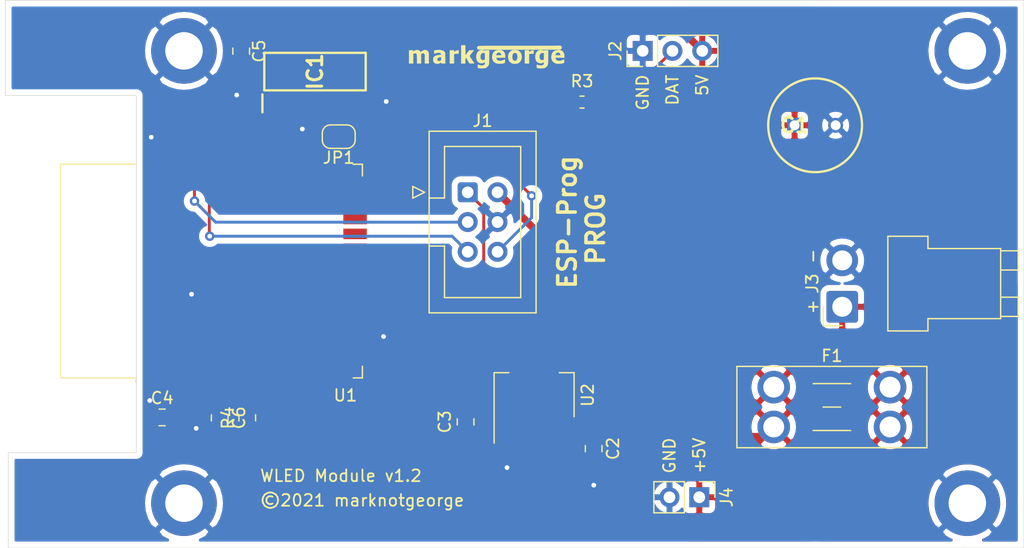
<source format=kicad_pcb>
(kicad_pcb (version 20171130) (host pcbnew "(5.1.4)-1")

  (general
    (thickness 1.6)
    (drawings 21)
    (tracks 112)
    (zones 0)
    (modules 22)
    (nets 47)
  )

  (page A4)
  (layers
    (0 F.Cu signal)
    (31 B.Cu signal)
    (32 B.Adhes user)
    (33 F.Adhes user)
    (34 B.Paste user)
    (35 F.Paste user)
    (36 B.SilkS user)
    (37 F.SilkS user)
    (38 B.Mask user)
    (39 F.Mask user)
    (40 Dwgs.User user)
    (41 Cmts.User user)
    (42 Eco1.User user)
    (43 Eco2.User user)
    (44 Edge.Cuts user)
    (45 Margin user)
    (46 B.CrtYd user)
    (47 F.CrtYd user)
    (48 B.Fab user hide)
    (49 F.Fab user hide)
  )

  (setup
    (last_trace_width 0.25)
    (trace_clearance 0.2)
    (zone_clearance 0.508)
    (zone_45_only no)
    (trace_min 0.2)
    (via_size 0.8)
    (via_drill 0.4)
    (via_min_size 0.4)
    (via_min_drill 0.3)
    (uvia_size 0.3)
    (uvia_drill 0.1)
    (uvias_allowed no)
    (uvia_min_size 0.2)
    (uvia_min_drill 0.1)
    (edge_width 0.05)
    (segment_width 0.2)
    (pcb_text_width 0.3)
    (pcb_text_size 1.5 1.5)
    (mod_edge_width 0.12)
    (mod_text_size 1 1)
    (mod_text_width 0.15)
    (pad_size 5.6 5.6)
    (pad_drill 3.2)
    (pad_to_mask_clearance 0.051)
    (solder_mask_min_width 0.25)
    (aux_axis_origin 0 0)
    (visible_elements 7FFFFFFF)
    (pcbplotparams
      (layerselection 0x010f0_ffffffff)
      (usegerberextensions false)
      (usegerberattributes true)
      (usegerberadvancedattributes false)
      (creategerberjobfile false)
      (excludeedgelayer false)
      (linewidth 0.100000)
      (plotframeref false)
      (viasonmask false)
      (mode 1)
      (useauxorigin true)
      (hpglpennumber 1)
      (hpglpenspeed 20)
      (hpglpendiameter 15.000000)
      (psnegative false)
      (psa4output false)
      (plotreference true)
      (plotvalue true)
      (plotinvisibletext false)
      (padsonsilk true)
      (subtractmaskfromsilk false)
      (outputformat 1)
      (mirror false)
      (drillshape 0)
      (scaleselection 1)
      (outputdirectory "Fabrication/"))
  )

  (net 0 "")
  (net 1 +5V)
  (net 2 GND)
  (net 3 +3V3)
  (net 4 EN)
  (net 5 "Net-(IC1-Pad11)")
  (net 6 TX)
  (net 7 RX)
  (net 8 DAT)
  (net 9 GPIO0)
  (net 10 "Net-(F1-Pad2)")
  (net 11 "Net-(IC1-Pad1)")
  (net 12 "Net-(IC1-Pad3)")
  (net 13 "Net-(IC1-Pad6)")
  (net 14 "Net-(IC1-Pad8)")
  (net 15 "Net-(IC1-Pad10)")
  (net 16 GPIO16)
  (net 17 "Net-(U1-Pad4)")
  (net 18 "Net-(U1-Pad5)")
  (net 19 "Net-(U1-Pad6)")
  (net 20 "Net-(U1-Pad7)")
  (net 21 "Net-(U1-Pad8)")
  (net 22 "Net-(U1-Pad9)")
  (net 23 "Net-(U1-Pad10)")
  (net 24 "Net-(U1-Pad11)")
  (net 25 "Net-(U1-Pad12)")
  (net 26 "Net-(U1-Pad13)")
  (net 27 "Net-(U1-Pad14)")
  (net 28 "Net-(U1-Pad16)")
  (net 29 "Net-(U1-Pad17)")
  (net 30 "Net-(U1-Pad18)")
  (net 31 "Net-(U1-Pad19)")
  (net 32 "Net-(U1-Pad20)")
  (net 33 "Net-(U1-Pad21)")
  (net 34 "Net-(U1-Pad22)")
  (net 35 "Net-(U1-Pad23)")
  (net 36 "Net-(U1-Pad24)")
  (net 37 "Net-(U1-Pad26)")
  (net 38 "Net-(U1-Pad28)")
  (net 39 "Net-(U1-Pad29)")
  (net 40 "Net-(U1-Pad30)")
  (net 41 "Net-(U1-Pad31)")
  (net 42 "Net-(U1-Pad32)")
  (net 43 "Net-(U1-Pad33)")
  (net 44 "Net-(U1-Pad36)")
  (net 45 "Net-(U1-Pad37)")
  (net 46 "Net-(IC1-Pad13)")

  (net_class Default "This is the default net class."
    (clearance 0.2)
    (trace_width 0.25)
    (via_dia 0.8)
    (via_drill 0.4)
    (uvia_dia 0.3)
    (uvia_drill 0.1)
    (add_net DAT)
    (add_net EN)
    (add_net GPIO0)
    (add_net GPIO16)
    (add_net "Net-(F1-Pad2)")
    (add_net "Net-(IC1-Pad1)")
    (add_net "Net-(IC1-Pad10)")
    (add_net "Net-(IC1-Pad11)")
    (add_net "Net-(IC1-Pad13)")
    (add_net "Net-(IC1-Pad3)")
    (add_net "Net-(IC1-Pad6)")
    (add_net "Net-(IC1-Pad8)")
    (add_net "Net-(U1-Pad10)")
    (add_net "Net-(U1-Pad11)")
    (add_net "Net-(U1-Pad12)")
    (add_net "Net-(U1-Pad13)")
    (add_net "Net-(U1-Pad14)")
    (add_net "Net-(U1-Pad16)")
    (add_net "Net-(U1-Pad17)")
    (add_net "Net-(U1-Pad18)")
    (add_net "Net-(U1-Pad19)")
    (add_net "Net-(U1-Pad20)")
    (add_net "Net-(U1-Pad21)")
    (add_net "Net-(U1-Pad22)")
    (add_net "Net-(U1-Pad23)")
    (add_net "Net-(U1-Pad24)")
    (add_net "Net-(U1-Pad26)")
    (add_net "Net-(U1-Pad28)")
    (add_net "Net-(U1-Pad29)")
    (add_net "Net-(U1-Pad30)")
    (add_net "Net-(U1-Pad31)")
    (add_net "Net-(U1-Pad32)")
    (add_net "Net-(U1-Pad33)")
    (add_net "Net-(U1-Pad36)")
    (add_net "Net-(U1-Pad37)")
    (add_net "Net-(U1-Pad4)")
    (add_net "Net-(U1-Pad5)")
    (add_net "Net-(U1-Pad6)")
    (add_net "Net-(U1-Pad7)")
    (add_net "Net-(U1-Pad8)")
    (add_net "Net-(U1-Pad9)")
    (add_net RX)
    (add_net TX)
  )

  (net_class LED ""
    (clearance 0.2)
    (trace_width 9.6774)
    (via_dia 0.8)
    (via_drill 0.4)
    (uvia_dia 0.3)
    (uvia_drill 0.1)
  )

  (net_class Power ""
    (clearance 0.2)
    (trace_width 0.635)
    (via_dia 0.8)
    (via_drill 0.4)
    (uvia_dia 0.3)
    (uvia_drill 0.1)
    (add_net +3V3)
    (add_net +5V)
    (add_net GND)
  )

  (module "WLED Module:marknotgeorge logo" (layer F.Cu) (tedit 0) (tstamp 6023AAFA)
    (at 213.45 88.15)
    (fp_text reference G*** (at 0 0) (layer F.SilkS) hide
      (effects (font (size 1.524 1.524) (thickness 0.3)))
    )
    (fp_text value LOGO (at 0.75 0) (layer F.SilkS) hide
      (effects (font (size 1.524 1.524) (thickness 0.3)))
    )
    (fp_poly (pts (xy 6.347246 -0.971198) (xy 6.377484 -0.957919) (xy 6.431338 -0.916243) (xy 6.463133 -0.859758)
      (xy 6.47277 -0.796217) (xy 6.460153 -0.733377) (xy 6.425187 -0.678991) (xy 6.381356 -0.646931)
      (xy 6.373896 -0.643797) (xy 6.36364 -0.640907) (xy 6.349333 -0.638251) (xy 6.329722 -0.635821)
      (xy 6.303551 -0.633605) (xy 6.269567 -0.631593) (xy 6.226516 -0.629777) (xy 6.173143 -0.628147)
      (xy 6.108194 -0.626691) (xy 6.030414 -0.625401) (xy 5.938551 -0.624266) (xy 5.831348 -0.623277)
      (xy 5.707553 -0.622424) (xy 5.565911 -0.621697) (xy 5.405168 -0.621086) (xy 5.224069 -0.620581)
      (xy 5.02136 -0.620172) (xy 4.795787 -0.619849) (xy 4.546097 -0.619603) (xy 4.271033 -0.619424)
      (xy 3.969344 -0.619301) (xy 3.639773 -0.619225) (xy 3.281067 -0.619187) (xy 2.891972 -0.619175)
      (xy 2.8575 -0.619175) (xy 2.465767 -0.619185) (xy 2.10453 -0.619221) (xy 1.772534 -0.619293)
      (xy 1.468526 -0.619411) (xy 1.191251 -0.619585) (xy 0.939455 -0.619825) (xy 0.711884 -0.620141)
      (xy 0.507282 -0.620542) (xy 0.324398 -0.621039) (xy 0.161975 -0.621641) (xy 0.01876 -0.622358)
      (xy -0.106502 -0.6232) (xy -0.215064 -0.624177) (xy -0.308181 -0.625299) (xy -0.387107 -0.626575)
      (xy -0.453097 -0.628016) (xy -0.507404 -0.629632) (xy -0.551283 -0.631432) (xy -0.585988 -0.633426)
      (xy -0.612773 -0.635624) (xy -0.632893 -0.638036) (xy -0.647601 -0.640672) (xy -0.658152 -0.643542)
      (xy -0.665801 -0.646656) (xy -0.666357 -0.646931) (xy -0.718258 -0.688058) (xy -0.747098 -0.742399)
      (xy -0.753054 -0.802231) (xy -0.736304 -0.859828) (xy -0.697024 -0.907464) (xy -0.659894 -0.929259)
      (xy -0.650418 -0.931935) (xy -0.634496 -0.934402) (xy -0.610908 -0.936668) (xy -0.578434 -0.938742)
      (xy -0.535853 -0.940632) (xy -0.481944 -0.942346) (xy -0.415488 -0.943892) (xy -0.335263 -0.945278)
      (xy -0.240049 -0.946512) (xy -0.128626 -0.947604) (xy 0.000227 -0.94856) (xy 0.147729 -0.949389)
      (xy 0.315103 -0.9501) (xy 0.503568 -0.9507) (xy 0.714344 -0.951197) (xy 0.948653 -0.9516)
      (xy 1.207714 -0.951917) (xy 1.492748 -0.952157) (xy 1.804975 -0.952326) (xy 2.145617 -0.952435)
      (xy 2.515893 -0.952489) (xy 2.806996 -0.952501) (xy 3.234843 -0.952557) (xy 3.63156 -0.952729)
      (xy 3.997766 -0.953019) (xy 4.33408 -0.95343) (xy 4.641123 -0.953966) (xy 4.919513 -0.954629)
      (xy 5.16987 -0.955423) (xy 5.392813 -0.956351) (xy 5.588962 -0.957416) (xy 5.758937 -0.95862)
      (xy 5.903356 -0.959968) (xy 6.022839 -0.961462) (xy 6.118006 -0.963105) (xy 6.189476 -0.9649)
      (xy 6.237869 -0.966851) (xy 6.263804 -0.968961) (xy 6.267958 -0.969825) (xy 6.308327 -0.978599)
      (xy 6.347246 -0.971198)) (layer F.SilkS) (width 0.01))
    (fp_poly (pts (xy 4.079875 -0.276681) (xy 3.948906 -0.2772) (xy 3.87712 -0.27489) (xy 3.808277 -0.268313)
      (xy 3.755811 -0.258817) (xy 3.750468 -0.25731) (xy 3.683 -0.236902) (xy 3.683 0.555625)
      (xy 3.317875 0.555625) (xy 3.317875 -0.5715) (xy 3.683 -0.5715) (xy 3.683 -0.500063)
      (xy 3.686206 -0.450889) (xy 3.697178 -0.431312) (xy 3.717942 -0.439702) (xy 3.735944 -0.457483)
      (xy 3.783218 -0.49462) (xy 3.850376 -0.528867) (xy 3.925626 -0.555194) (xy 3.996281 -0.5685)
      (xy 4.079875 -0.575432) (xy 4.079875 -0.276681)) (layer F.SilkS) (width 0.01))
    (fp_poly (pts (xy -1.742541 -0.575584) (xy -1.738313 -0.151042) (xy -1.579563 -0.361225) (xy -1.420813 -0.571409)
      (xy -1.218407 -0.571455) (xy -1.14243 -0.570799) (xy -1.079461 -0.568975) (xy -1.03545 -0.566251)
      (xy -1.016349 -0.562892) (xy -1.016 -0.562354) (xy -1.025566 -0.547696) (xy -1.052111 -0.512664)
      (xy -1.092408 -0.461372) (xy -1.143228 -0.397937) (xy -1.193438 -0.336136) (xy -1.251865 -0.264575)
      (xy -1.303773 -0.200844) (xy -1.34562 -0.149301) (xy -1.373867 -0.114308) (xy -1.384486 -0.100901)
      (xy -1.380465 -0.081302) (xy -1.358391 -0.037294) (xy -1.318974 0.029916) (xy -1.262919 0.119122)
      (xy -1.191174 0.228759) (xy -1.13288 0.316825) (xy -1.080943 0.395888) (xy -1.037798 0.462188)
      (xy -1.005882 0.511967) (xy -0.987633 0.541465) (xy -0.98425 0.547941) (xy -0.999139 0.550809)
      (xy -1.039859 0.553191) (xy -1.100494 0.554864) (xy -1.175127 0.555607) (xy -1.189053 0.555625)
      (xy -1.393855 0.555625) (xy -1.534334 0.330684) (xy -1.581907 0.254646) (xy -1.624089 0.187483)
      (xy -1.657805 0.134073) (xy -1.679981 0.099288) (xy -1.687021 0.08859) (xy -1.704523 0.08463)
      (xy -1.72274 0.102252) (xy -1.73303 0.123813) (xy -1.74003 0.160055) (xy -1.744213 0.215877)
      (xy -1.746057 0.296179) (xy -1.74625 0.344346) (xy -1.74625 0.555625) (xy -2.111375 0.555625)
      (xy -2.111375 -1.000125) (xy -1.746769 -1.000125) (xy -1.742541 -0.575584)) (layer F.SilkS) (width 0.01))
    (fp_poly (pts (xy -2.31775 -0.276681) (xy -2.448719 -0.2772) (xy -2.520505 -0.27489) (xy -2.589348 -0.268313)
      (xy -2.641814 -0.258817) (xy -2.647157 -0.25731) (xy -2.714625 -0.236902) (xy -2.714625 0.555625)
      (xy -3.07975 0.555625) (xy -3.07975 -0.5715) (xy -2.714625 -0.5715) (xy -2.714625 -0.500063)
      (xy -2.711419 -0.450889) (xy -2.700447 -0.431312) (xy -2.679683 -0.439702) (xy -2.661681 -0.457483)
      (xy -2.614407 -0.49462) (xy -2.547249 -0.528867) (xy -2.471999 -0.555194) (xy -2.401344 -0.5685)
      (xy -2.31775 -0.575432) (xy -2.31775 -0.276681)) (layer F.SilkS) (width 0.01))
    (fp_poly (pts (xy -5.097563 -0.590364) (xy -5.014072 -0.552091) (xy -4.942879 -0.486605) (xy -4.900711 -0.42266)
      (xy -4.89051 -0.402223) (xy -4.882442 -0.380792) (xy -4.876206 -0.354431) (xy -4.871499 -0.319202)
      (xy -4.868019 -0.271167) (xy -4.865463 -0.206388) (xy -4.863528 -0.120929) (xy -4.861913 -0.010852)
      (xy -4.860629 0.099218) (xy -4.855571 0.555625) (xy -5.207 0.555625) (xy -5.207089 0.202406)
      (xy -5.207801 0.06682) (xy -5.210215 -0.040709) (xy -5.214868 -0.123855) (xy -5.222292 -0.186289)
      (xy -5.233022 -0.231683) (xy -5.247591 -0.26371) (xy -5.266535 -0.286041) (xy -5.279561 -0.295883)
      (xy -5.329838 -0.312637) (xy -5.393048 -0.311746) (xy -5.45646 -0.294262) (xy -5.485418 -0.278877)
      (xy -5.5245 -0.253269) (xy -5.5245 0.555625) (xy -5.87375 0.555625) (xy -5.874566 0.257968)
      (xy -5.875702 0.111802) (xy -5.878478 -0.005914) (xy -5.883275 -0.098455) (xy -5.890473 -0.169097)
      (xy -5.900452 -0.221115) (xy -5.913592 -0.257783) (xy -5.930274 -0.282377) (xy -5.938121 -0.289648)
      (xy -5.986171 -0.310525) (xy -6.048228 -0.313401) (xy -6.112545 -0.298839) (xy -6.151334 -0.279423)
      (xy -6.19125 -0.253269) (xy -6.19125 0.555625) (xy -6.556375 0.555625) (xy -6.556375 -0.5715)
      (xy -6.19125 -0.5715) (xy -6.19125 -0.45876) (xy -6.139205 -0.498457) (xy -6.042191 -0.557711)
      (xy -5.942772 -0.591771) (xy -5.845473 -0.600866) (xy -5.754822 -0.585223) (xy -5.675344 -0.545072)
      (xy -5.611566 -0.480642) (xy -5.605297 -0.471466) (xy -5.567032 -0.4131) (xy -5.500851 -0.46733)
      (xy -5.394996 -0.539906) (xy -5.290708 -0.584471) (xy -5.190669 -0.601224) (xy -5.097563 -0.590364)) (layer F.SilkS) (width 0.01))
    (fp_poly (pts (xy 6.243673 -0.598754) (xy 6.367495 -0.579445) (xy 6.467883 -0.541399) (xy 6.548591 -0.482281)
      (xy 6.613369 -0.399757) (xy 6.639159 -0.352669) (xy 6.664155 -0.298152) (xy 6.68014 -0.250352)
      (xy 6.689585 -0.198082) (xy 6.694964 -0.13016) (xy 6.696675 -0.092534) (xy 6.702942 0.0635)
      (xy 5.933095 0.0635) (xy 5.942695 0.122658) (xy 5.970043 0.200614) (xy 6.023371 0.261096)
      (xy 6.101695 0.303393) (xy 6.204032 0.326794) (xy 6.228734 0.329262) (xy 6.34904 0.324769)
      (xy 6.47202 0.29466) (xy 6.58138 0.244523) (xy 6.627068 0.219051) (xy 6.656687 0.209209)
      (xy 6.673445 0.218536) (xy 6.680552 0.250566) (xy 6.681216 0.308836) (xy 6.680001 0.353218)
      (xy 6.675437 0.500062) (xy 6.564312 0.537634) (xy 6.482562 0.55813) (xy 6.381167 0.573026)
      (xy 6.271273 0.581625) (xy 6.164029 0.583226) (xy 6.070583 0.577131) (xy 6.0325 0.570976)
      (xy 5.944481 0.544083) (xy 5.854463 0.502345) (xy 5.773316 0.451707) (xy 5.711909 0.398109)
      (xy 5.707855 0.393499) (xy 5.64196 0.293157) (xy 5.599114 0.177157) (xy 5.579159 0.051507)
      (xy 5.581935 -0.077785) (xy 5.594934 -0.142875) (xy 5.93725 -0.142875) (xy 6.35 -0.142875)
      (xy 6.35 -0.184133) (xy 6.338543 -0.244713) (xy 6.308954 -0.303739) (xy 6.2684 -0.348318)
      (xy 6.253397 -0.357887) (xy 6.183487 -0.378786) (xy 6.111605 -0.374891) (xy 6.0444 -0.349809)
      (xy 5.98852 -0.307143) (xy 5.950615 -0.250497) (xy 5.937309 -0.186532) (xy 5.93725 -0.142875)
      (xy 5.594934 -0.142875) (xy 5.607284 -0.204713) (xy 5.655045 -0.323267) (xy 5.72506 -0.42744)
      (xy 5.729752 -0.432859) (xy 5.809852 -0.501495) (xy 5.912418 -0.553633) (xy 6.031751 -0.587433)
      (xy 6.162154 -0.601056) (xy 6.243673 -0.598754)) (layer F.SilkS) (width 0.01))
    (fp_poly (pts (xy 2.559004 -0.594594) (xy 2.618415 -0.591552) (xy 2.663373 -0.584863) (xy 2.702517 -0.573203)
      (xy 2.744489 -0.555246) (xy 2.747747 -0.553723) (xy 2.856432 -0.486681) (xy 2.941843 -0.398283)
      (xy 3.004169 -0.288258) (xy 3.043598 -0.156335) (xy 3.050143 -0.118277) (xy 3.058894 0.027095)
      (xy 3.041662 0.162327) (xy 2.999879 0.284308) (xy 2.934977 0.389927) (xy 2.84839 0.476072)
      (xy 2.74866 0.536441) (xy 2.695558 0.557557) (xy 2.64131 0.570815) (xy 2.574864 0.578291)
      (xy 2.509162 0.581388) (xy 2.435107 0.58192) (xy 2.366052 0.579294) (xy 2.312965 0.574045)
      (xy 2.297659 0.571085) (xy 2.181094 0.526361) (xy 2.081923 0.457091) (xy 2.001885 0.366349)
      (xy 1.942717 0.257209) (xy 1.906157 0.132746) (xy 1.893943 -0.003965) (xy 1.897524 -0.048512)
      (xy 2.256451 -0.048512) (xy 2.257144 0.05207) (xy 2.272646 0.148246) (xy 2.282726 0.182195)
      (xy 2.322082 0.256639) (xy 2.379179 0.307443) (xy 2.450282 0.331695) (xy 2.4765 0.333375)
      (xy 2.537893 0.322031) (xy 2.589246 0.297288) (xy 2.635267 0.248966) (xy 2.669104 0.178339)
      (xy 2.690396 0.092567) (xy 2.698781 -0.001186) (xy 2.693895 -0.09576) (xy 2.675377 -0.183992)
      (xy 2.642865 -0.258721) (xy 2.619016 -0.291327) (xy 2.591047 -0.319323) (xy 2.563578 -0.334329)
      (xy 2.525264 -0.340327) (xy 2.4765 -0.341313) (xy 2.420345 -0.339803) (xy 2.38455 -0.332621)
      (xy 2.357768 -0.315787) (xy 2.333983 -0.291327) (xy 2.295794 -0.228748) (xy 2.269642 -0.144964)
      (xy 2.256451 -0.048512) (xy 1.897524 -0.048512) (xy 1.903741 -0.125844) (xy 1.938255 -0.262088)
      (xy 1.996152 -0.376957) (xy 2.077342 -0.470321) (xy 2.181732 -0.542049) (xy 2.205252 -0.553723)
      (xy 2.247744 -0.572169) (xy 2.286805 -0.584226) (xy 2.331076 -0.591219) (xy 2.389197 -0.594472)
      (xy 2.469809 -0.59531) (xy 2.4765 -0.595313) (xy 2.559004 -0.594594)) (layer F.SilkS) (width 0.01))
    (fp_poly (pts (xy 1.195423 -0.598754) (xy 1.319245 -0.579445) (xy 1.419633 -0.541399) (xy 1.500341 -0.482281)
      (xy 1.565119 -0.399757) (xy 1.590909 -0.352669) (xy 1.615905 -0.298152) (xy 1.63189 -0.250352)
      (xy 1.641335 -0.198082) (xy 1.646714 -0.13016) (xy 1.648425 -0.092534) (xy 1.654692 0.0635)
      (xy 0.884845 0.0635) (xy 0.894445 0.122658) (xy 0.921793 0.200614) (xy 0.975121 0.261096)
      (xy 1.053445 0.303393) (xy 1.155782 0.326794) (xy 1.180484 0.329262) (xy 1.30079 0.324769)
      (xy 1.42377 0.29466) (xy 1.53313 0.244523) (xy 1.578818 0.219051) (xy 1.608437 0.209209)
      (xy 1.625195 0.218536) (xy 1.632302 0.250566) (xy 1.632966 0.308836) (xy 1.631751 0.353218)
      (xy 1.627187 0.500062) (xy 1.516062 0.537634) (xy 1.434312 0.55813) (xy 1.332917 0.573026)
      (xy 1.223023 0.581625) (xy 1.115779 0.583226) (xy 1.022333 0.577131) (xy 0.98425 0.570976)
      (xy 0.896231 0.544083) (xy 0.806213 0.502345) (xy 0.725066 0.451707) (xy 0.663659 0.398109)
      (xy 0.659605 0.393499) (xy 0.59371 0.293157) (xy 0.550864 0.177157) (xy 0.530909 0.051507)
      (xy 0.533685 -0.077785) (xy 0.546684 -0.142875) (xy 0.889 -0.142875) (xy 1.30175 -0.142875)
      (xy 1.30175 -0.184133) (xy 1.290293 -0.244713) (xy 1.260704 -0.303739) (xy 1.22015 -0.348318)
      (xy 1.205147 -0.357887) (xy 1.135237 -0.378786) (xy 1.063355 -0.374891) (xy 0.99615 -0.349809)
      (xy 0.94027 -0.307143) (xy 0.902365 -0.250497) (xy 0.889059 -0.186532) (xy 0.889 -0.142875)
      (xy 0.546684 -0.142875) (xy 0.559034 -0.204713) (xy 0.606795 -0.323267) (xy 0.67681 -0.42744)
      (xy 0.681502 -0.432859) (xy 0.761602 -0.501495) (xy 0.864168 -0.553633) (xy 0.983501 -0.587433)
      (xy 1.113904 -0.601056) (xy 1.195423 -0.598754)) (layer F.SilkS) (width 0.01))
    (fp_poly (pts (xy -3.851632 -0.591781) (xy -3.728996 -0.566087) (xy -3.627042 -0.524975) (xy -3.548732 -0.468981)
      (xy -3.512417 -0.425627) (xy -3.468688 -0.35959) (xy -3.463825 0.098017) (xy -3.458962 0.555625)
      (xy -3.81 0.555625) (xy -3.81 0.438965) (xy -3.845719 0.472432) (xy -3.879983 0.497656)
      (xy -3.930485 0.527254) (xy -3.96875 0.546481) (xy -4.063181 0.57692) (xy -4.163595 0.586528)
      (xy -4.257492 0.574437) (xy -4.278313 0.567983) (xy -4.361308 0.52531) (xy -4.42731 0.460034)
      (xy -4.456846 0.415681) (xy -4.480527 0.370514) (xy -4.493684 0.328306) (xy -4.499077 0.276583)
      (xy -4.499677 0.22225) (xy -4.498012 0.205325) (xy -4.143375 0.205325) (xy -4.135354 0.26945)
      (xy -4.108557 0.312316) (xy -4.064 0.338825) (xy -4.019104 0.345516) (xy -3.960238 0.340503)
      (xy -3.901899 0.326141) (xy -3.859781 0.305689) (xy -3.838924 0.287581) (xy -3.82601 0.266027)
      (xy -3.81873 0.232965) (xy -3.814777 0.180332) (xy -3.813297 0.143301) (xy -3.808655 0.012089)
      (xy -3.860922 0.02087) (xy -3.911833 0.02919) (xy -3.970497 0.038469) (xy -3.981208 0.040127)
      (xy -4.037019 0.056598) (xy -4.088146 0.083919) (xy -4.096301 0.090212) (xy -4.126323 0.120794)
      (xy -4.140085 0.154526) (xy -4.143375 0.205325) (xy -4.498012 0.205325) (xy -4.489164 0.115422)
      (xy -4.457483 0.030143) (xy -4.401762 -0.037988) (xy -4.31913 -0.09337) (xy -4.28214 -0.11108)
      (xy -4.238529 -0.125386) (xy -4.17231 -0.141315) (xy -4.092462 -0.157267) (xy -4.007963 -0.171644)
      (xy -3.927792 -0.182849) (xy -3.860927 -0.189281) (xy -3.837782 -0.190191) (xy -3.81618 -0.202591)
      (xy -3.810121 -0.232355) (xy -3.819334 -0.269318) (xy -3.84072 -0.300595) (xy -3.899859 -0.338703)
      (xy -3.979584 -0.359096) (xy -4.073899 -0.361424) (xy -4.176807 -0.345333) (xy -4.246563 -0.324438)
      (xy -4.304868 -0.30362) (xy -4.354069 -0.286232) (xy -4.384182 -0.2758) (xy -4.385469 -0.275371)
      (xy -4.398662 -0.273886) (xy -4.406885 -0.283755) (xy -4.411287 -0.310509) (xy -4.413016 -0.359681)
      (xy -4.41325 -0.409203) (xy -4.41325 -0.552233) (xy -4.314032 -0.570985) (xy -4.14711 -0.594767)
      (xy -3.99199 -0.60152) (xy -3.851632 -0.591781)) (layer F.SilkS) (width 0.01))
    (fp_poly (pts (xy 4.762376 -0.593752) (xy 4.887982 -0.558647) (xy 4.956968 -0.527358) (xy 4.967223 -0.534483)
      (xy 4.968875 -0.546365) (xy 4.973071 -0.5575) (xy 4.989115 -0.56484) (xy 5.022189 -0.569124)
      (xy 5.077473 -0.571093) (xy 5.144703 -0.5715) (xy 5.320531 -0.5715) (xy 5.31439 0.011906)
      (xy 5.312634 0.166072) (xy 5.31081 0.291929) (xy 5.308731 0.39292) (xy 5.306212 0.472487)
      (xy 5.303068 0.53407) (xy 5.299112 0.581111) (xy 5.29416 0.617052) (xy 5.288025 0.645335)
      (xy 5.280521 0.669401) (xy 5.278638 0.674552) (xy 5.236364 0.75325) (xy 5.173054 0.829572)
      (xy 5.097798 0.89448) (xy 5.019688 0.938934) (xy 5.008427 0.94323) (xy 4.950787 0.957194)
      (xy 4.870685 0.968073) (xy 4.777299 0.975425) (xy 4.679807 0.978813) (xy 4.587386 0.977797)
      (xy 4.509214 0.971936) (xy 4.484904 0.968302) (xy 4.41558 0.956008) (xy 4.371421 0.944934)
      (xy 4.346798 0.928562) (xy 4.336081 0.900376) (xy 4.333643 0.85386) (xy 4.333875 0.793447)
      (xy 4.335101 0.730631) (xy 4.338386 0.681989) (xy 4.343137 0.654598) (xy 4.345781 0.651077)
      (xy 4.365439 0.655751) (xy 4.407404 0.668022) (xy 4.463822 0.685563) (xy 4.484687 0.692244)
      (xy 4.596828 0.7193) (xy 4.700445 0.726766) (xy 4.791245 0.715344) (xy 4.864936 0.685735)
      (xy 4.917226 0.638641) (xy 4.928918 0.619644) (xy 4.940195 0.586831) (xy 4.94882 0.542627)
      (xy 4.953724 0.497335) (xy 4.953842 0.461254) (xy 4.948106 0.444688) (xy 4.947062 0.4445)
      (xy 4.931062 0.451587) (xy 4.896338 0.46979) (xy 4.86737 0.485721) (xy 4.768374 0.524883)
      (xy 4.66394 0.538067) (xy 4.559846 0.527026) (xy 4.461869 0.493508) (xy 4.375788 0.439266)
      (xy 4.307381 0.366049) (xy 4.273707 0.305853) (xy 4.237841 0.195748) (xy 4.215933 0.071108)
      (xy 4.210247 -0.053083) (xy 4.211228 -0.069866) (xy 4.573092 -0.069866) (xy 4.573968 0.02673)
      (xy 4.590457 0.11508) (xy 4.607718 0.159301) (xy 4.654766 0.224734) (xy 4.715389 0.261471)
      (xy 4.7896 0.269516) (xy 4.877407 0.248872) (xy 4.889178 0.244338) (xy 4.953 0.218802)
      (xy 4.953 -0.33143) (xy 4.879982 -0.34238) (xy 4.786244 -0.342927) (xy 4.705652 -0.316234)
      (xy 4.641626 -0.264414) (xy 4.597583 -0.18958) (xy 4.588573 -0.162226) (xy 4.573092 -0.069866)
      (xy 4.211228 -0.069866) (xy 4.212832 -0.097286) (xy 4.238514 -0.237618) (xy 4.285971 -0.357221)
      (xy 4.352702 -0.454653) (xy 4.436209 -0.528466) (xy 4.53399 -0.577217) (xy 4.643546 -0.599461)
      (xy 4.762376 -0.593752)) (layer F.SilkS) (width 0.01))
    (fp_poly (pts (xy -0.269999 -0.593752) (xy -0.144393 -0.558647) (xy -0.075407 -0.527358) (xy -0.065152 -0.534483)
      (xy -0.0635 -0.546365) (xy -0.059304 -0.5575) (xy -0.04326 -0.56484) (xy -0.010186 -0.569124)
      (xy 0.045098 -0.571093) (xy 0.112328 -0.5715) (xy 0.288156 -0.5715) (xy 0.282015 0.011906)
      (xy 0.280259 0.166072) (xy 0.278435 0.291929) (xy 0.276356 0.39292) (xy 0.273837 0.472487)
      (xy 0.270693 0.53407) (xy 0.266737 0.581111) (xy 0.261785 0.617052) (xy 0.25565 0.645335)
      (xy 0.248146 0.669401) (xy 0.246263 0.674552) (xy 0.203989 0.75325) (xy 0.140679 0.829572)
      (xy 0.065423 0.89448) (xy -0.012687 0.938934) (xy -0.023948 0.94323) (xy -0.081588 0.957194)
      (xy -0.16169 0.968073) (xy -0.255076 0.975425) (xy -0.352568 0.978813) (xy -0.444989 0.977797)
      (xy -0.523161 0.971936) (xy -0.547471 0.968302) (xy -0.616795 0.956008) (xy -0.660954 0.944934)
      (xy -0.685577 0.928562) (xy -0.696294 0.900376) (xy -0.698732 0.85386) (xy -0.6985 0.793447)
      (xy -0.697274 0.730631) (xy -0.693989 0.681989) (xy -0.689238 0.654598) (xy -0.686594 0.651077)
      (xy -0.666936 0.655751) (xy -0.624971 0.668022) (xy -0.568553 0.685563) (xy -0.547688 0.692244)
      (xy -0.435547 0.7193) (xy -0.33193 0.726766) (xy -0.24113 0.715344) (xy -0.167439 0.685735)
      (xy -0.115149 0.638641) (xy -0.103457 0.619644) (xy -0.09218 0.586831) (xy -0.083555 0.542627)
      (xy -0.078651 0.497335) (xy -0.078533 0.461254) (xy -0.084269 0.444688) (xy -0.085313 0.4445)
      (xy -0.101313 0.451587) (xy -0.136037 0.46979) (xy -0.165005 0.485721) (xy -0.264001 0.524883)
      (xy -0.368435 0.538067) (xy -0.472529 0.527026) (xy -0.570506 0.493508) (xy -0.656587 0.439266)
      (xy -0.724994 0.366049) (xy -0.758668 0.305853) (xy -0.794534 0.195748) (xy -0.816442 0.071108)
      (xy -0.822128 -0.053083) (xy -0.821147 -0.069866) (xy -0.459283 -0.069866) (xy -0.458407 0.02673)
      (xy -0.441918 0.11508) (xy -0.424657 0.159301) (xy -0.377609 0.224734) (xy -0.316986 0.261471)
      (xy -0.242775 0.269516) (xy -0.154968 0.248872) (xy -0.143197 0.244338) (xy -0.079375 0.218802)
      (xy -0.079375 -0.33143) (xy -0.152393 -0.34238) (xy -0.246131 -0.342927) (xy -0.326723 -0.316234)
      (xy -0.390749 -0.264414) (xy -0.434792 -0.18958) (xy -0.443802 -0.162226) (xy -0.459283 -0.069866)
      (xy -0.821147 -0.069866) (xy -0.819543 -0.097286) (xy -0.793861 -0.237618) (xy -0.746404 -0.357221)
      (xy -0.679673 -0.454653) (xy -0.596166 -0.528466) (xy -0.498385 -0.577217) (xy -0.388829 -0.599461)
      (xy -0.269999 -0.593752)) (layer F.SilkS) (width 0.01))
  )

  (module Connector_IDC:IDC-Header_2x03_P2.54mm_Vertical (layer F.Cu) (tedit 5EAC9A07) (tstamp 60234A83)
    (at 211.9 99.7)
    (descr "Through hole IDC box header, 2x03, 2.54mm pitch, DIN 41651 / IEC 60603-13, double rows, https://docs.google.com/spreadsheets/d/16SsEcesNF15N3Lb4niX7dcUr-NY5_MFPQhobNuNppn4/edit#gid=0")
    (tags "Through hole vertical IDC box header THT 2x03 2.54mm double row")
    (path /6022E7C8)
    (fp_text reference J1 (at 1.27 -6.1) (layer F.SilkS)
      (effects (font (size 1 1) (thickness 0.15)))
    )
    (fp_text value Conn_02x03_Odd_Even (at 1.27 11.18) (layer F.Fab)
      (effects (font (size 1 1) (thickness 0.15)))
    )
    (fp_text user %R (at 1.27 2.54 90) (layer F.Fab)
      (effects (font (size 1 1) (thickness 0.15)))
    )
    (fp_line (start 6.22 -5.6) (end -3.68 -5.6) (layer F.CrtYd) (width 0.05))
    (fp_line (start 6.22 10.69) (end 6.22 -5.6) (layer F.CrtYd) (width 0.05))
    (fp_line (start -3.68 10.69) (end 6.22 10.69) (layer F.CrtYd) (width 0.05))
    (fp_line (start -3.68 -5.6) (end -3.68 10.69) (layer F.CrtYd) (width 0.05))
    (fp_line (start -4.68 0.5) (end -3.68 0) (layer F.SilkS) (width 0.12))
    (fp_line (start -4.68 -0.5) (end -4.68 0.5) (layer F.SilkS) (width 0.12))
    (fp_line (start -3.68 0) (end -4.68 -0.5) (layer F.SilkS) (width 0.12))
    (fp_line (start -1.98 4.59) (end -3.29 4.59) (layer F.SilkS) (width 0.12))
    (fp_line (start -1.98 4.59) (end -1.98 4.59) (layer F.SilkS) (width 0.12))
    (fp_line (start -1.98 8.99) (end -1.98 4.59) (layer F.SilkS) (width 0.12))
    (fp_line (start 4.52 8.99) (end -1.98 8.99) (layer F.SilkS) (width 0.12))
    (fp_line (start 4.52 -3.91) (end 4.52 8.99) (layer F.SilkS) (width 0.12))
    (fp_line (start -1.98 -3.91) (end 4.52 -3.91) (layer F.SilkS) (width 0.12))
    (fp_line (start -1.98 0.49) (end -1.98 -3.91) (layer F.SilkS) (width 0.12))
    (fp_line (start -3.29 0.49) (end -1.98 0.49) (layer F.SilkS) (width 0.12))
    (fp_line (start -3.29 10.29) (end -3.29 -5.21) (layer F.SilkS) (width 0.12))
    (fp_line (start 5.83 10.29) (end -3.29 10.29) (layer F.SilkS) (width 0.12))
    (fp_line (start 5.83 -5.21) (end 5.83 10.29) (layer F.SilkS) (width 0.12))
    (fp_line (start -3.29 -5.21) (end 5.83 -5.21) (layer F.SilkS) (width 0.12))
    (fp_line (start -1.98 4.59) (end -3.18 4.59) (layer F.Fab) (width 0.1))
    (fp_line (start -1.98 4.59) (end -1.98 4.59) (layer F.Fab) (width 0.1))
    (fp_line (start -1.98 8.99) (end -1.98 4.59) (layer F.Fab) (width 0.1))
    (fp_line (start 4.52 8.99) (end -1.98 8.99) (layer F.Fab) (width 0.1))
    (fp_line (start 4.52 -3.91) (end 4.52 8.99) (layer F.Fab) (width 0.1))
    (fp_line (start -1.98 -3.91) (end 4.52 -3.91) (layer F.Fab) (width 0.1))
    (fp_line (start -1.98 0.49) (end -1.98 -3.91) (layer F.Fab) (width 0.1))
    (fp_line (start -3.18 0.49) (end -1.98 0.49) (layer F.Fab) (width 0.1))
    (fp_line (start -3.18 10.18) (end -3.18 -4.1) (layer F.Fab) (width 0.1))
    (fp_line (start 5.72 10.18) (end -3.18 10.18) (layer F.Fab) (width 0.1))
    (fp_line (start 5.72 -5.1) (end 5.72 10.18) (layer F.Fab) (width 0.1))
    (fp_line (start -2.18 -5.1) (end 5.72 -5.1) (layer F.Fab) (width 0.1))
    (fp_line (start -3.18 -4.1) (end -2.18 -5.1) (layer F.Fab) (width 0.1))
    (pad 6 thru_hole circle (at 2.54 5.08) (size 1.7 1.7) (drill 1) (layers *.Cu *.Mask)
      (net 9 GPIO0))
    (pad 4 thru_hole circle (at 2.54 2.54) (size 1.7 1.7) (drill 1) (layers *.Cu *.Mask)
      (net 2 GND))
    (pad 2 thru_hole circle (at 2.54 0) (size 1.7 1.7) (drill 1) (layers *.Cu *.Mask)
      (net 3 +3V3))
    (pad 5 thru_hole circle (at 0 5.08) (size 1.7 1.7) (drill 1) (layers *.Cu *.Mask)
      (net 7 RX))
    (pad 3 thru_hole circle (at 0 2.54) (size 1.7 1.7) (drill 1) (layers *.Cu *.Mask)
      (net 6 TX))
    (pad 1 thru_hole roundrect (at 0 0) (size 1.7 1.7) (drill 1) (layers *.Cu *.Mask) (roundrect_rratio 0.147059)
      (net 4 EN))
    (model ${KISYS3DMOD}/Connector_IDC.3dshapes/IDC-Header_2x03_P2.54mm_Vertical.wrl
      (at (xyz 0 0 0))
      (scale (xyz 1 1 1))
      (rotate (xyz 0 0 0))
    )
  )

  (module SamacSys:SOIC127P600X175-14N (layer F.Cu) (tedit 0) (tstamp 5FA35590)
    (at 198.878 89.398 90)
    (descr "D (R-PDSO-G14)")
    (tags "Integrated Circuit")
    (path /5FA35EA6)
    (attr smd)
    (fp_text reference IC1 (at 0 0 90) (layer F.SilkS)
      (effects (font (size 1.27 1.27) (thickness 0.254)))
    )
    (fp_text value SN74AHCT125D (at 0 0 90) (layer F.SilkS) hide
      (effects (font (size 1.27 1.27) (thickness 0.254)))
    )
    (fp_line (start -3.475 -4.485) (end -1.95 -4.485) (layer F.SilkS) (width 0.2))
    (fp_line (start -1.6 4.325) (end -1.6 -4.325) (layer F.SilkS) (width 0.2))
    (fp_line (start 1.6 4.325) (end -1.6 4.325) (layer F.SilkS) (width 0.2))
    (fp_line (start 1.6 -4.325) (end 1.6 4.325) (layer F.SilkS) (width 0.2))
    (fp_line (start -1.6 -4.325) (end 1.6 -4.325) (layer F.SilkS) (width 0.2))
    (fp_line (start -1.95 -3.055) (end -0.68 -4.325) (layer F.Fab) (width 0.1))
    (fp_line (start -1.95 4.325) (end -1.95 -4.325) (layer F.Fab) (width 0.1))
    (fp_line (start 1.95 4.325) (end -1.95 4.325) (layer F.Fab) (width 0.1))
    (fp_line (start 1.95 -4.325) (end 1.95 4.325) (layer F.Fab) (width 0.1))
    (fp_line (start -1.95 -4.325) (end 1.95 -4.325) (layer F.Fab) (width 0.1))
    (fp_line (start -3.725 4.625) (end -3.725 -4.625) (layer F.CrtYd) (width 0.05))
    (fp_line (start 3.725 4.625) (end -3.725 4.625) (layer F.CrtYd) (width 0.05))
    (fp_line (start 3.725 -4.625) (end 3.725 4.625) (layer F.CrtYd) (width 0.05))
    (fp_line (start -3.725 -4.625) (end 3.725 -4.625) (layer F.CrtYd) (width 0.05))
    (fp_text user %R (at 0 0 90) (layer F.Fab)
      (effects (font (size 1.27 1.27) (thickness 0.254)))
    )
    (pad 14 smd rect (at 2.712 -3.81 180) (size 0.65 1.525) (layers F.Cu F.Paste F.Mask)
      (net 1 +5V))
    (pad 13 smd rect (at 2.712 -2.54 180) (size 0.65 1.525) (layers F.Cu F.Paste F.Mask)
      (net 46 "Net-(IC1-Pad13)"))
    (pad 12 smd rect (at 2.712 -1.27 180) (size 0.65 1.525) (layers F.Cu F.Paste F.Mask)
      (net 1 +5V))
    (pad 11 smd rect (at 2.712 0 180) (size 0.65 1.525) (layers F.Cu F.Paste F.Mask)
      (net 5 "Net-(IC1-Pad11)"))
    (pad 10 smd rect (at 2.712 1.27 180) (size 0.65 1.525) (layers F.Cu F.Paste F.Mask)
      (net 15 "Net-(IC1-Pad10)"))
    (pad 9 smd rect (at 2.712 2.54 180) (size 0.65 1.525) (layers F.Cu F.Paste F.Mask)
      (net 1 +5V))
    (pad 8 smd rect (at 2.712 3.81 180) (size 0.65 1.525) (layers F.Cu F.Paste F.Mask)
      (net 14 "Net-(IC1-Pad8)"))
    (pad 7 smd rect (at -2.712 3.81 180) (size 0.65 1.525) (layers F.Cu F.Paste F.Mask)
      (net 2 GND))
    (pad 6 smd rect (at -2.712 2.54 180) (size 0.65 1.525) (layers F.Cu F.Paste F.Mask)
      (net 13 "Net-(IC1-Pad6)"))
    (pad 5 smd rect (at -2.712 1.27 180) (size 0.65 1.525) (layers F.Cu F.Paste F.Mask)
      (net 16 GPIO16))
    (pad 4 smd rect (at -2.712 0 180) (size 0.65 1.525) (layers F.Cu F.Paste F.Mask)
      (net 2 GND))
    (pad 3 smd rect (at -2.712 -1.27 180) (size 0.65 1.525) (layers F.Cu F.Paste F.Mask)
      (net 12 "Net-(IC1-Pad3)"))
    (pad 2 smd rect (at -2.712 -2.54 180) (size 0.65 1.525) (layers F.Cu F.Paste F.Mask)
      (net 1 +5V))
    (pad 1 smd rect (at -2.712 -3.81 180) (size 0.65 1.525) (layers F.Cu F.Paste F.Mask)
      (net 11 "Net-(IC1-Pad1)"))
    (model C:\SamacSys_PCB_Library\KiCad\SamacSys_Parts.3dshapes\SN74AHCT125D.stp
      (at (xyz 0 0 0))
      (scale (xyz 1 1 1))
      (rotate (xyz 0 0 0))
    )
  )

  (module SamacSys:CAPPRD350W65D800H1300 (layer F.Cu) (tedit 0) (tstamp 5FA3551A)
    (at 239.776 93.98)
    (descr 8x11.5_4)
    (tags "Capacitor Polarised")
    (path /5FA247E7)
    (fp_text reference C1 (at 0 0) (layer F.SilkS)
      (effects (font (size 1.27 1.27) (thickness 0.254)))
    )
    (fp_text value EEU-FR0J102 (at 0 0) (layer F.SilkS) hide
      (effects (font (size 1.27 1.27) (thickness 0.254)))
    )
    (fp_circle (center 1.75 0) (end 1.75 4) (layer F.Fab) (width 0.1))
    (fp_circle (center 1.75 0) (end 1.75 4) (layer F.SilkS) (width 0.2))
    (fp_text user %R (at 0 0) (layer F.Fab)
      (effects (font (size 1.27 1.27) (thickness 0.254)))
    )
    (pad 2 thru_hole circle (at 3.5 0) (size 1.275 1.275) (drill 0.85) (layers *.Cu *.Mask)
      (net 2 GND))
    (pad 1 thru_hole rect (at 0 0) (size 1.275 1.275) (drill 0.85) (layers *.Cu *.Mask)
      (net 1 +5V))
    (model C:\SamacSys_PCB_Library\KiCad\SamacSys_Parts.3dshapes\EEU-FR0J102.stp
      (at (xyz 0 0 0))
      (scale (xyz 1 1 1))
      (rotate (xyz 0 0 0))
    )
  )

  (module MountingHole:MountingHole_3.2mm_M3_DIN965_Pad (layer F.Cu) (tedit 56D1B4CB) (tstamp 5FB04FDD)
    (at 254.508 126.238)
    (descr "Mounting Hole 3.2mm, M3, DIN965")
    (tags "mounting hole 3.2mm m3 din965")
    (path /5FB3FA55)
    (attr virtual)
    (fp_text reference H4 (at 0 -3.8) (layer F.SilkS) hide
      (effects (font (size 1 1) (thickness 0.15)))
    )
    (fp_text value MountingHole_Pad (at 0 3.8) (layer F.Fab)
      (effects (font (size 1 1) (thickness 0.15)))
    )
    (fp_circle (center 0 0) (end 3.05 0) (layer F.CrtYd) (width 0.05))
    (fp_circle (center 0 0) (end 2.8 0) (layer Cmts.User) (width 0.15))
    (fp_text user %R (at 0.3 0) (layer F.Fab)
      (effects (font (size 1 1) (thickness 0.15)))
    )
    (pad 1 thru_hole circle (at 0 0) (size 5.6 5.6) (drill 3.2) (layers *.Cu *.Mask)
      (net 2 GND))
  )

  (module MountingHole:MountingHole_3.2mm_M3_DIN965_Pad (layer F.Cu) (tedit 56D1B4CB) (tstamp 5FB04FD5)
    (at 254.508 87.63)
    (descr "Mounting Hole 3.2mm, M3, DIN965")
    (tags "mounting hole 3.2mm m3 din965")
    (path /5FB3F81E)
    (attr virtual)
    (fp_text reference H3 (at 0 -3.8) (layer F.SilkS) hide
      (effects (font (size 1 1) (thickness 0.15)))
    )
    (fp_text value MountingHole_Pad (at 0 3.8) (layer F.Fab)
      (effects (font (size 1 1) (thickness 0.15)))
    )
    (fp_circle (center 0 0) (end 3.05 0) (layer F.CrtYd) (width 0.05))
    (fp_circle (center 0 0) (end 2.8 0) (layer Cmts.User) (width 0.15))
    (fp_text user %R (at 0.3 0) (layer F.Fab)
      (effects (font (size 1 1) (thickness 0.15)))
    )
    (pad 1 thru_hole circle (at 0 0) (size 5.6 5.6) (drill 3.2) (layers *.Cu *.Mask)
      (net 2 GND))
  )

  (module MountingHole:MountingHole_3.2mm_M3_DIN965_Pad (layer F.Cu) (tedit 56D1B4CB) (tstamp 5FB04FCD)
    (at 187.706 126.238)
    (descr "Mounting Hole 3.2mm, M3, DIN965")
    (tags "mounting hole 3.2mm m3 din965")
    (path /5FB3EE31)
    (attr virtual)
    (fp_text reference H2 (at 0 -3.8) (layer F.SilkS) hide
      (effects (font (size 1 1) (thickness 0.15)))
    )
    (fp_text value MountingHole_Pad (at 0 3.8) (layer F.Fab)
      (effects (font (size 1 1) (thickness 0.15)))
    )
    (fp_circle (center 0 0) (end 3.05 0) (layer F.CrtYd) (width 0.05))
    (fp_circle (center 0 0) (end 2.8 0) (layer Cmts.User) (width 0.15))
    (fp_text user %R (at 0.3 0) (layer F.Fab)
      (effects (font (size 1 1) (thickness 0.15)))
    )
    (pad 1 thru_hole circle (at 0 0) (size 5.6 5.6) (drill 3.2) (layers *.Cu *.Mask)
      (net 2 GND))
  )

  (module MountingHole:MountingHole_3.2mm_M3_DIN965_Pad (layer F.Cu) (tedit 56D1B4CB) (tstamp 5FB04FC5)
    (at 187.706 87.63)
    (descr "Mounting Hole 3.2mm, M3, DIN965")
    (tags "mounting hole 3.2mm m3 din965")
    (path /5FB3E7F5)
    (attr virtual)
    (fp_text reference H1 (at 0 -3.8) (layer F.SilkS) hide
      (effects (font (size 1 1) (thickness 0.15)))
    )
    (fp_text value MountingHole_Pad (at 0 3.8) (layer F.Fab)
      (effects (font (size 1 1) (thickness 0.15)))
    )
    (fp_circle (center 0 0) (end 3.05 0) (layer F.CrtYd) (width 0.05))
    (fp_circle (center 0 0) (end 2.8 0) (layer Cmts.User) (width 0.15))
    (fp_text user %R (at 0.3 0) (layer F.Fab)
      (effects (font (size 1 1) (thickness 0.15)))
    )
    (pad 1 thru_hole circle (at 0 0) (size 5.6 5.6) (drill 3.2) (layers *.Cu *.Mask)
      (net 2 GND))
  )

  (module Connector_JST:JST_VH_B2PS-VH_1x02_P3.96mm_Horizontal (layer F.Cu) (tedit 5B774C02) (tstamp 5FAEC972)
    (at 243.84 109.474 90)
    (descr "JST VH series connector, B2PS-VH (http://www.jst-mfg.com/product/pdf/eng/eVH.pdf), generated with kicad-footprint-generator")
    (tags "connector JST VH top entry")
    (path /5FAF2899)
    (fp_text reference J3 (at 1.98 -2.55 90) (layer F.SilkS)
      (effects (font (size 1 1) (thickness 0.15)))
    )
    (fp_text value Conn_01x02_Male (at 1.98 16.1 90) (layer F.Fab)
      (effects (font (size 1 1) (thickness 0.15)))
    )
    (fp_text user %R (at 1.98 9.45 90) (layer F.Fab)
      (effects (font (size 1 1) (thickness 0.15)))
    )
    (fp_line (start -1.61 -1.61) (end -1.61 0) (layer F.SilkS) (width 0.12))
    (fp_line (start 0 -1.61) (end -1.61 -1.61) (layer F.SilkS) (width 0.12))
    (fp_line (start 4.78 15.01) (end 4.78 13.51) (layer F.SilkS) (width 0.12))
    (fp_line (start 3.14 15.01) (end 4.78 15.01) (layer F.SilkS) (width 0.12))
    (fp_line (start 3.14 13.51) (end 3.14 15.01) (layer F.SilkS) (width 0.12))
    (fp_line (start 0.82 15.01) (end 0.82 13.51) (layer F.SilkS) (width 0.12))
    (fp_line (start -0.82 15.01) (end 0.82 15.01) (layer F.SilkS) (width 0.12))
    (fp_line (start -0.82 13.51) (end -0.82 15.01) (layer F.SilkS) (width 0.12))
    (fp_line (start -2.06 7.31) (end -2.06 3.89) (layer F.SilkS) (width 0.12))
    (fp_line (start -1.01 7.31) (end -2.06 7.31) (layer F.SilkS) (width 0.12))
    (fp_line (start -1.01 13.51) (end -1.01 7.31) (layer F.SilkS) (width 0.12))
    (fp_line (start 4.97 13.51) (end -1.01 13.51) (layer F.SilkS) (width 0.12))
    (fp_line (start 4.97 7.31) (end 4.97 13.51) (layer F.SilkS) (width 0.12))
    (fp_line (start 6.02 7.31) (end 4.97 7.31) (layer F.SilkS) (width 0.12))
    (fp_line (start 6.02 3.89) (end 6.02 7.31) (layer F.SilkS) (width 0.12))
    (fp_line (start -2.06 3.89) (end 6.02 3.89) (layer F.SilkS) (width 0.12))
    (fp_line (start 6.41 -1.85) (end -2.45 -1.85) (layer F.CrtYd) (width 0.05))
    (fp_line (start 6.41 15.4) (end 6.41 -1.85) (layer F.CrtYd) (width 0.05))
    (fp_line (start -2.45 15.4) (end 6.41 15.4) (layer F.CrtYd) (width 0.05))
    (fp_line (start -2.45 -1.85) (end -2.45 15.4) (layer F.CrtYd) (width 0.05))
    (fp_line (start 4.66 14.9) (end 4.66 13.4) (layer F.Fab) (width 0.1))
    (fp_line (start 3.26 14.9) (end 4.66 14.9) (layer F.Fab) (width 0.1))
    (fp_line (start 3.26 13.4) (end 3.26 14.9) (layer F.Fab) (width 0.1))
    (fp_line (start 4.66 0) (end 4.66 4) (layer F.Fab) (width 0.1))
    (fp_line (start 3.26 0) (end 4.66 0) (layer F.Fab) (width 0.1))
    (fp_line (start 3.26 4) (end 3.26 0) (layer F.Fab) (width 0.1))
    (fp_line (start 0.7 14.9) (end 0.7 13.4) (layer F.Fab) (width 0.1))
    (fp_line (start -0.7 14.9) (end 0.7 14.9) (layer F.Fab) (width 0.1))
    (fp_line (start -0.7 13.4) (end -0.7 14.9) (layer F.Fab) (width 0.1))
    (fp_line (start 0.7 0) (end 0.7 4) (layer F.Fab) (width 0.1))
    (fp_line (start -0.7 0) (end 0.7 0) (layer F.Fab) (width 0.1))
    (fp_line (start -0.7 4) (end -0.7 0) (layer F.Fab) (width 0.1))
    (fp_line (start 0 4.8) (end 0.8 4) (layer F.Fab) (width 0.1))
    (fp_line (start -0.8 4) (end 0 4.8) (layer F.Fab) (width 0.1))
    (fp_line (start -1.95 4) (end -0.9 4) (layer F.Fab) (width 0.1))
    (fp_line (start -1.95 7.2) (end -1.95 4) (layer F.Fab) (width 0.1))
    (fp_line (start -0.9 7.2) (end -1.95 7.2) (layer F.Fab) (width 0.1))
    (fp_line (start 5.91 7.2) (end 4.86 7.2) (layer F.Fab) (width 0.1))
    (fp_line (start 5.91 4) (end 5.91 7.2) (layer F.Fab) (width 0.1))
    (fp_line (start 4.86 4) (end 5.91 4) (layer F.Fab) (width 0.1))
    (fp_line (start 4.86 4) (end -0.9 4) (layer F.Fab) (width 0.1))
    (fp_line (start 4.86 13.4) (end 4.86 4) (layer F.Fab) (width 0.1))
    (fp_line (start -0.9 13.4) (end 4.86 13.4) (layer F.Fab) (width 0.1))
    (fp_line (start -0.9 4) (end -0.9 13.4) (layer F.Fab) (width 0.1))
    (pad 2 thru_hole circle (at 3.96 0 90) (size 2.7 2.7) (drill 1.7) (layers *.Cu *.Mask)
      (net 2 GND))
    (pad 1 thru_hole roundrect (at 0 0 90) (size 2.7 2.7) (drill 1.7) (layers *.Cu *.Mask) (roundrect_rratio 0.09259299999999999)
      (net 10 "Net-(F1-Pad2)"))
    (model ${KISYS3DMOD}/Connector_JST.3dshapes/JST_VH_B2PS-VH_1x02_P3.96mm_Horizontal.wrl
      (at (xyz 0 0 0))
      (scale (xyz 1 1 1))
      (rotate (xyz 0 0 0))
    )
    (model E:/Downloads/B2PS-VH/B2PS-VH.STEP
      (offset (xyz 2 -8.75 0))
      (scale (xyz 1 1 1))
      (rotate (xyz -90 0 0))
    )
  )

  (module Fuse:Fuseholder_Blade_Mini_Keystone_3568 (layer F.Cu) (tedit 5C39DE81) (tstamp 5FAEC8A1)
    (at 237.998 116.332)
    (descr "fuse holder, car blade fuse mini, http://www.keyelco.com/product-pdf.cfm?p=306")
    (tags "car blade fuse mini")
    (path /5FAEE30A)
    (fp_text reference F1 (at 4.96 -2.67) (layer F.SilkS)
      (effects (font (size 1 1) (thickness 0.15)))
    )
    (fp_text value 10A (at 4.96 6.07) (layer F.Fab)
      (effects (font (size 1 1) (thickness 0.15)))
    )
    (fp_text user %R (at 4.96 1.7) (layer F.Fab)
      (effects (font (size 1 1) (thickness 0.15)))
    )
    (fp_line (start 13.21 -1.92) (end -3.29 -1.92) (layer F.CrtYd) (width 0.05))
    (fp_line (start 13.21 5.32) (end 13.21 -1.92) (layer F.CrtYd) (width 0.05))
    (fp_line (start -3.29 5.32) (end 13.21 5.32) (layer F.CrtYd) (width 0.05))
    (fp_line (start -3.29 -1.92) (end -3.29 5.32) (layer F.CrtYd) (width 0.05))
    (fp_line (start 3.36 -0.3) (end 6.56 -0.3) (layer F.SilkS) (width 0.12))
    (fp_line (start 6.56 3.7) (end 3.36 3.7) (layer F.SilkS) (width 0.12))
    (fp_line (start 4.21 1.7) (end 5.71 1.7) (layer F.SilkS) (width 0.12))
    (fp_line (start 13.06 -1.77) (end -3.14 -1.77) (layer F.SilkS) (width 0.12))
    (fp_line (start 13.06 5.17) (end 13.06 -1.77) (layer F.SilkS) (width 0.12))
    (fp_line (start -3.14 5.17) (end 13.06 5.17) (layer F.SilkS) (width 0.12))
    (fp_line (start -3.14 -1.77) (end -3.14 5.17) (layer F.SilkS) (width 0.12))
    (fp_line (start 12.96 -1.67) (end -3.04 -1.67) (layer F.Fab) (width 0.1))
    (fp_line (start 12.96 5.07) (end 12.96 -1.67) (layer F.Fab) (width 0.1))
    (fp_line (start -3.04 5.07) (end 12.96 5.07) (layer F.Fab) (width 0.1))
    (fp_line (start -3.04 -1.67) (end -3.04 5.07) (layer F.Fab) (width 0.1))
    (pad 2 thru_hole circle (at 9.92 3.4) (size 2.78 2.78) (drill 1.78) (layers *.Cu *.Mask)
      (net 10 "Net-(F1-Pad2)"))
    (pad 2 thru_hole circle (at 9.92 0) (size 2.78 2.78) (drill 1.78) (layers *.Cu *.Mask)
      (net 10 "Net-(F1-Pad2)"))
    (pad 1 thru_hole circle (at 0 3.4) (size 2.78 2.78) (drill 1.78) (layers *.Cu *.Mask)
      (net 1 +5V))
    (pad 1 thru_hole circle (at 0 0) (size 2.78 2.78) (drill 1.78) (layers *.Cu *.Mask)
      (net 1 +5V))
    (model ${KISYS3DMOD}/Fuse.3dshapes/Fuseholder_Blade_Mini_Keystone_3568.wrl
      (at (xyz 0 0 0))
      (scale (xyz 1 1 1))
      (rotate (xyz 0 0 0))
    )
  )

  (module Connector_PinHeader_2.54mm:PinHeader_1x03_P2.54mm_Vertical (layer F.Cu) (tedit 59FED5CC) (tstamp 5FA6E86B)
    (at 226.822 87.63 90)
    (descr "Through hole straight pin header, 1x03, 2.54mm pitch, single row")
    (tags "Through hole pin header THT 1x03 2.54mm single row")
    (path /5FA67920)
    (fp_text reference J2 (at 0 -2.33 90) (layer F.SilkS)
      (effects (font (size 1 1) (thickness 0.15)))
    )
    (fp_text value "JST SM Connector" (at 0 7.41 90) (layer F.Fab)
      (effects (font (size 1 1) (thickness 0.15)))
    )
    (fp_text user %R (at 0 2.54) (layer F.Fab)
      (effects (font (size 1 1) (thickness 0.15)))
    )
    (fp_line (start 1.8 -1.8) (end -1.8 -1.8) (layer F.CrtYd) (width 0.05))
    (fp_line (start 1.8 6.85) (end 1.8 -1.8) (layer F.CrtYd) (width 0.05))
    (fp_line (start -1.8 6.85) (end 1.8 6.85) (layer F.CrtYd) (width 0.05))
    (fp_line (start -1.8 -1.8) (end -1.8 6.85) (layer F.CrtYd) (width 0.05))
    (fp_line (start -1.33 -1.33) (end 0 -1.33) (layer F.SilkS) (width 0.12))
    (fp_line (start -1.33 0) (end -1.33 -1.33) (layer F.SilkS) (width 0.12))
    (fp_line (start -1.33 1.27) (end 1.33 1.27) (layer F.SilkS) (width 0.12))
    (fp_line (start 1.33 1.27) (end 1.33 6.41) (layer F.SilkS) (width 0.12))
    (fp_line (start -1.33 1.27) (end -1.33 6.41) (layer F.SilkS) (width 0.12))
    (fp_line (start -1.33 6.41) (end 1.33 6.41) (layer F.SilkS) (width 0.12))
    (fp_line (start -1.27 -0.635) (end -0.635 -1.27) (layer F.Fab) (width 0.1))
    (fp_line (start -1.27 6.35) (end -1.27 -0.635) (layer F.Fab) (width 0.1))
    (fp_line (start 1.27 6.35) (end -1.27 6.35) (layer F.Fab) (width 0.1))
    (fp_line (start 1.27 -1.27) (end 1.27 6.35) (layer F.Fab) (width 0.1))
    (fp_line (start -0.635 -1.27) (end 1.27 -1.27) (layer F.Fab) (width 0.1))
    (pad 3 thru_hole oval (at 0 5.08 90) (size 1.7 1.7) (drill 1) (layers *.Cu *.Mask)
      (net 1 +5V))
    (pad 2 thru_hole oval (at 0 2.54 90) (size 1.7 1.7) (drill 1) (layers *.Cu *.Mask)
      (net 8 DAT))
    (pad 1 thru_hole rect (at 0 0 90) (size 1.7 1.7) (drill 1) (layers *.Cu *.Mask)
      (net 2 GND))
  )

  (module Capacitor_SMD:C_0805_2012Metric_Pad1.15x1.40mm_HandSolder (layer F.Cu) (tedit 5B36C52B) (tstamp 5FA3555E)
    (at 192.586 87.652 90)
    (descr "Capacitor SMD 0805 (2012 Metric), square (rectangular) end terminal, IPC_7351 nominal with elongated pad for handsoldering. (Body size source: https://docs.google.com/spreadsheets/d/1BsfQQcO9C6DZCsRaXUlFlo91Tg2WpOkGARC1WS5S8t0/edit?usp=sharing), generated with kicad-footprint-generator")
    (tags "capacitor handsolder")
    (path /5FA53FC6)
    (attr smd)
    (fp_text reference C5 (at 0 1.524 90) (layer F.SilkS)
      (effects (font (size 1 1) (thickness 0.15)))
    )
    (fp_text value 0.1uF (at 0 1.65 90) (layer F.Fab)
      (effects (font (size 1 1) (thickness 0.15)))
    )
    (fp_text user %R (at 0 0 90) (layer F.Fab)
      (effects (font (size 0.5 0.5) (thickness 0.08)))
    )
    (fp_line (start 1.85 0.95) (end -1.85 0.95) (layer F.CrtYd) (width 0.05))
    (fp_line (start 1.85 -0.95) (end 1.85 0.95) (layer F.CrtYd) (width 0.05))
    (fp_line (start -1.85 -0.95) (end 1.85 -0.95) (layer F.CrtYd) (width 0.05))
    (fp_line (start -1.85 0.95) (end -1.85 -0.95) (layer F.CrtYd) (width 0.05))
    (fp_line (start -0.261252 0.71) (end 0.261252 0.71) (layer F.SilkS) (width 0.12))
    (fp_line (start -0.261252 -0.71) (end 0.261252 -0.71) (layer F.SilkS) (width 0.12))
    (fp_line (start 1 0.6) (end -1 0.6) (layer F.Fab) (width 0.1))
    (fp_line (start 1 -0.6) (end 1 0.6) (layer F.Fab) (width 0.1))
    (fp_line (start -1 -0.6) (end 1 -0.6) (layer F.Fab) (width 0.1))
    (fp_line (start -1 0.6) (end -1 -0.6) (layer F.Fab) (width 0.1))
    (pad 2 smd roundrect (at 1.025 0 90) (size 1.15 1.4) (layers F.Cu F.Paste F.Mask) (roundrect_rratio 0.217391)
      (net 1 +5V))
    (pad 1 smd roundrect (at -1.025 0 90) (size 1.15 1.4) (layers F.Cu F.Paste F.Mask) (roundrect_rratio 0.217391)
      (net 2 GND))
    (model ${KISYS3DMOD}/Capacitor_SMD.3dshapes/C_0805_2012Metric.wrl
      (at (xyz 0 0 0))
      (scale (xyz 1 1 1))
      (rotate (xyz 0 0 0))
    )
  )

  (module Capacitor_SMD:C_0805_2012Metric_Pad1.15x1.40mm_HandSolder (layer F.Cu) (tedit 5B36C52B) (tstamp 5FA3552B)
    (at 222.642 121.58 270)
    (descr "Capacitor SMD 0805 (2012 Metric), square (rectangular) end terminal, IPC_7351 nominal with elongated pad for handsoldering. (Body size source: https://docs.google.com/spreadsheets/d/1BsfQQcO9C6DZCsRaXUlFlo91Tg2WpOkGARC1WS5S8t0/edit?usp=sharing), generated with kicad-footprint-generator")
    (tags "capacitor handsolder")
    (path /5FA2E5E0)
    (attr smd)
    (fp_text reference C2 (at 0 -1.65 90) (layer F.SilkS)
      (effects (font (size 1 1) (thickness 0.15)))
    )
    (fp_text value 22uF (at 0 1.65 90) (layer F.Fab)
      (effects (font (size 1 1) (thickness 0.15)))
    )
    (fp_line (start -1 0.6) (end -1 -0.6) (layer F.Fab) (width 0.1))
    (fp_line (start -1 -0.6) (end 1 -0.6) (layer F.Fab) (width 0.1))
    (fp_line (start 1 -0.6) (end 1 0.6) (layer F.Fab) (width 0.1))
    (fp_line (start 1 0.6) (end -1 0.6) (layer F.Fab) (width 0.1))
    (fp_line (start -0.261252 -0.71) (end 0.261252 -0.71) (layer F.SilkS) (width 0.12))
    (fp_line (start -0.261252 0.71) (end 0.261252 0.71) (layer F.SilkS) (width 0.12))
    (fp_line (start -1.85 0.95) (end -1.85 -0.95) (layer F.CrtYd) (width 0.05))
    (fp_line (start -1.85 -0.95) (end 1.85 -0.95) (layer F.CrtYd) (width 0.05))
    (fp_line (start 1.85 -0.95) (end 1.85 0.95) (layer F.CrtYd) (width 0.05))
    (fp_line (start 1.85 0.95) (end -1.85 0.95) (layer F.CrtYd) (width 0.05))
    (fp_text user %R (at 0 0 90) (layer F.Fab)
      (effects (font (size 0.5 0.5) (thickness 0.08)))
    )
    (pad 1 smd roundrect (at -1.025 0 270) (size 1.15 1.4) (layers F.Cu F.Paste F.Mask) (roundrect_rratio 0.217391)
      (net 1 +5V))
    (pad 2 smd roundrect (at 1.025 0 270) (size 1.15 1.4) (layers F.Cu F.Paste F.Mask) (roundrect_rratio 0.217391)
      (net 2 GND))
    (model ${KISYS3DMOD}/Capacitor_SMD.3dshapes/C_0805_2012Metric.wrl
      (at (xyz 0 0 0))
      (scale (xyz 1 1 1))
      (rotate (xyz 0 0 0))
    )
  )

  (module Capacitor_SMD:C_0805_2012Metric_Pad1.15x1.40mm_HandSolder (layer F.Cu) (tedit 5B36C52B) (tstamp 5FA3553C)
    (at 211.72 119.294 270)
    (descr "Capacitor SMD 0805 (2012 Metric), square (rectangular) end terminal, IPC_7351 nominal with elongated pad for handsoldering. (Body size source: https://docs.google.com/spreadsheets/d/1BsfQQcO9C6DZCsRaXUlFlo91Tg2WpOkGARC1WS5S8t0/edit?usp=sharing), generated with kicad-footprint-generator")
    (tags "capacitor handsolder")
    (path /5FA2AA30)
    (attr smd)
    (fp_text reference C3 (at 0 1.778 90) (layer F.SilkS)
      (effects (font (size 1 1) (thickness 0.15)))
    )
    (fp_text value 22uf (at 0 1.65 90) (layer F.Fab)
      (effects (font (size 1 1) (thickness 0.15)))
    )
    (fp_text user %R (at 0 0 90) (layer F.Fab)
      (effects (font (size 0.5 0.5) (thickness 0.08)))
    )
    (fp_line (start 1.85 0.95) (end -1.85 0.95) (layer F.CrtYd) (width 0.05))
    (fp_line (start 1.85 -0.95) (end 1.85 0.95) (layer F.CrtYd) (width 0.05))
    (fp_line (start -1.85 -0.95) (end 1.85 -0.95) (layer F.CrtYd) (width 0.05))
    (fp_line (start -1.85 0.95) (end -1.85 -0.95) (layer F.CrtYd) (width 0.05))
    (fp_line (start -0.261252 0.71) (end 0.261252 0.71) (layer F.SilkS) (width 0.12))
    (fp_line (start -0.261252 -0.71) (end 0.261252 -0.71) (layer F.SilkS) (width 0.12))
    (fp_line (start 1 0.6) (end -1 0.6) (layer F.Fab) (width 0.1))
    (fp_line (start 1 -0.6) (end 1 0.6) (layer F.Fab) (width 0.1))
    (fp_line (start -1 -0.6) (end 1 -0.6) (layer F.Fab) (width 0.1))
    (fp_line (start -1 0.6) (end -1 -0.6) (layer F.Fab) (width 0.1))
    (pad 2 smd roundrect (at 1.025 0 270) (size 1.15 1.4) (layers F.Cu F.Paste F.Mask) (roundrect_rratio 0.217391)
      (net 2 GND))
    (pad 1 smd roundrect (at -1.025 0 270) (size 1.15 1.4) (layers F.Cu F.Paste F.Mask) (roundrect_rratio 0.217391)
      (net 3 +3V3))
    (model ${KISYS3DMOD}/Capacitor_SMD.3dshapes/C_0805_2012Metric.wrl
      (at (xyz 0 0 0))
      (scale (xyz 1 1 1))
      (rotate (xyz 0 0 0))
    )
  )

  (module Capacitor_SMD:C_0805_2012Metric_Pad1.15x1.40mm_HandSolder (layer F.Cu) (tedit 5B36C52B) (tstamp 5FA3554D)
    (at 185.844 118.916)
    (descr "Capacitor SMD 0805 (2012 Metric), square (rectangular) end terminal, IPC_7351 nominal with elongated pad for handsoldering. (Body size source: https://docs.google.com/spreadsheets/d/1BsfQQcO9C6DZCsRaXUlFlo91Tg2WpOkGARC1WS5S8t0/edit?usp=sharing), generated with kicad-footprint-generator")
    (tags "capacitor handsolder")
    (path /5FA4FD9F)
    (attr smd)
    (fp_text reference C4 (at 0 -1.65) (layer F.SilkS)
      (effects (font (size 1 1) (thickness 0.15)))
    )
    (fp_text value 0.1uF (at 0 1.65) (layer F.Fab)
      (effects (font (size 1 1) (thickness 0.15)))
    )
    (fp_text user %R (at 0 0) (layer F.Fab)
      (effects (font (size 0.5 0.5) (thickness 0.08)))
    )
    (fp_line (start 1.85 0.95) (end -1.85 0.95) (layer F.CrtYd) (width 0.05))
    (fp_line (start 1.85 -0.95) (end 1.85 0.95) (layer F.CrtYd) (width 0.05))
    (fp_line (start -1.85 -0.95) (end 1.85 -0.95) (layer F.CrtYd) (width 0.05))
    (fp_line (start -1.85 0.95) (end -1.85 -0.95) (layer F.CrtYd) (width 0.05))
    (fp_line (start -0.261252 0.71) (end 0.261252 0.71) (layer F.SilkS) (width 0.12))
    (fp_line (start -0.261252 -0.71) (end 0.261252 -0.71) (layer F.SilkS) (width 0.12))
    (fp_line (start 1 0.6) (end -1 0.6) (layer F.Fab) (width 0.1))
    (fp_line (start 1 -0.6) (end 1 0.6) (layer F.Fab) (width 0.1))
    (fp_line (start -1 -0.6) (end 1 -0.6) (layer F.Fab) (width 0.1))
    (fp_line (start -1 0.6) (end -1 -0.6) (layer F.Fab) (width 0.1))
    (pad 2 smd roundrect (at 1.025 0) (size 1.15 1.4) (layers F.Cu F.Paste F.Mask) (roundrect_rratio 0.217391)
      (net 3 +3V3))
    (pad 1 smd roundrect (at -1.025 0) (size 1.15 1.4) (layers F.Cu F.Paste F.Mask) (roundrect_rratio 0.217391)
      (net 2 GND))
    (model ${KISYS3DMOD}/Capacitor_SMD.3dshapes/C_0805_2012Metric.wrl
      (at (xyz 0 0 0))
      (scale (xyz 1 1 1))
      (rotate (xyz 0 0 0))
    )
  )

  (module Capacitor_SMD:C_0805_2012Metric_Pad1.15x1.40mm_HandSolder (layer F.Cu) (tedit 5B36C52B) (tstamp 5FA3556F)
    (at 190.75 118.95 270)
    (descr "Capacitor SMD 0805 (2012 Metric), square (rectangular) end terminal, IPC_7351 nominal with elongated pad for handsoldering. (Body size source: https://docs.google.com/spreadsheets/d/1BsfQQcO9C6DZCsRaXUlFlo91Tg2WpOkGARC1WS5S8t0/edit?usp=sharing), generated with kicad-footprint-generator")
    (tags "capacitor handsolder")
    (path /5FA31184)
    (attr smd)
    (fp_text reference C6 (at 0 -1.65 90) (layer F.SilkS)
      (effects (font (size 1 1) (thickness 0.15)))
    )
    (fp_text value "0.1uF 50V" (at 0 1.65 90) (layer F.Fab)
      (effects (font (size 1 1) (thickness 0.15)))
    )
    (fp_line (start -1 0.6) (end -1 -0.6) (layer F.Fab) (width 0.1))
    (fp_line (start -1 -0.6) (end 1 -0.6) (layer F.Fab) (width 0.1))
    (fp_line (start 1 -0.6) (end 1 0.6) (layer F.Fab) (width 0.1))
    (fp_line (start 1 0.6) (end -1 0.6) (layer F.Fab) (width 0.1))
    (fp_line (start -0.261252 -0.71) (end 0.261252 -0.71) (layer F.SilkS) (width 0.12))
    (fp_line (start -0.261252 0.71) (end 0.261252 0.71) (layer F.SilkS) (width 0.12))
    (fp_line (start -1.85 0.95) (end -1.85 -0.95) (layer F.CrtYd) (width 0.05))
    (fp_line (start -1.85 -0.95) (end 1.85 -0.95) (layer F.CrtYd) (width 0.05))
    (fp_line (start 1.85 -0.95) (end 1.85 0.95) (layer F.CrtYd) (width 0.05))
    (fp_line (start 1.85 0.95) (end -1.85 0.95) (layer F.CrtYd) (width 0.05))
    (fp_text user %R (at 0 0 90) (layer F.Fab)
      (effects (font (size 0.5 0.5) (thickness 0.08)))
    )
    (pad 1 smd roundrect (at -1.025 0 270) (size 1.15 1.4) (layers F.Cu F.Paste F.Mask) (roundrect_rratio 0.217391)
      (net 4 EN))
    (pad 2 smd roundrect (at 1.025 0 270) (size 1.15 1.4) (layers F.Cu F.Paste F.Mask) (roundrect_rratio 0.217391)
      (net 2 GND))
    (model ${KISYS3DMOD}/Capacitor_SMD.3dshapes/C_0805_2012Metric.wrl
      (at (xyz 0 0 0))
      (scale (xyz 1 1 1))
      (rotate (xyz 0 0 0))
    )
  )

  (module Jumper:SolderJumper-2_P1.3mm_Open_RoundedPad1.0x1.5mm (layer F.Cu) (tedit 5B391E66) (tstamp 5FA3561F)
    (at 200.9 94.95 180)
    (descr "SMD Solder Jumper, 1x1.5mm, rounded Pads, 0.3mm gap, open")
    (tags "solder jumper open")
    (path /5FA5C1DA)
    (attr virtual)
    (fp_text reference JP1 (at 0 -1.8) (layer F.SilkS)
      (effects (font (size 1 1) (thickness 0.15)))
    )
    (fp_text value SolderJumper_2_Open (at 0 1.9) (layer F.Fab)
      (effects (font (size 1 1) (thickness 0.15)))
    )
    (fp_arc (start 0.7 -0.3) (end 1.4 -0.3) (angle -90) (layer F.SilkS) (width 0.12))
    (fp_arc (start 0.7 0.3) (end 0.7 1) (angle -90) (layer F.SilkS) (width 0.12))
    (fp_arc (start -0.7 0.3) (end -1.4 0.3) (angle -90) (layer F.SilkS) (width 0.12))
    (fp_arc (start -0.7 -0.3) (end -0.7 -1) (angle -90) (layer F.SilkS) (width 0.12))
    (fp_line (start -1.4 0.3) (end -1.4 -0.3) (layer F.SilkS) (width 0.12))
    (fp_line (start 0.7 1) (end -0.7 1) (layer F.SilkS) (width 0.12))
    (fp_line (start 1.4 -0.3) (end 1.4 0.3) (layer F.SilkS) (width 0.12))
    (fp_line (start -0.7 -1) (end 0.7 -1) (layer F.SilkS) (width 0.12))
    (fp_line (start -1.65 -1.25) (end 1.65 -1.25) (layer F.CrtYd) (width 0.05))
    (fp_line (start -1.65 -1.25) (end -1.65 1.25) (layer F.CrtYd) (width 0.05))
    (fp_line (start 1.65 1.25) (end 1.65 -1.25) (layer F.CrtYd) (width 0.05))
    (fp_line (start 1.65 1.25) (end -1.65 1.25) (layer F.CrtYd) (width 0.05))
    (pad 1 smd custom (at -0.65 0 180) (size 1 0.5) (layers F.Cu F.Mask)
      (net 13 "Net-(IC1-Pad6)") (zone_connect 2)
      (options (clearance outline) (anchor rect))
      (primitives
        (gr_circle (center 0 0.25) (end 0.5 0.25) (width 0))
        (gr_circle (center 0 -0.25) (end 0.5 -0.25) (width 0))
        (gr_poly (pts
           (xy 0 -0.75) (xy 0.5 -0.75) (xy 0.5 0.75) (xy 0 0.75)) (width 0))
      ))
    (pad 2 smd custom (at 0.65 0 180) (size 1 0.5) (layers F.Cu F.Mask)
      (net 16 GPIO16) (zone_connect 2)
      (options (clearance outline) (anchor rect))
      (primitives
        (gr_circle (center 0 0.25) (end 0.5 0.25) (width 0))
        (gr_circle (center 0 -0.25) (end 0.5 -0.25) (width 0))
        (gr_poly (pts
           (xy 0 -0.75) (xy -0.5 -0.75) (xy -0.5 0.75) (xy 0 0.75)) (width 0))
      ))
  )

  (module Resistor_SMD:R_0603_1608Metric_Pad1.05x0.95mm_HandSolder (layer F.Cu) (tedit 5B301BBD) (tstamp 5FA3567C)
    (at 221.65 92)
    (descr "Resistor SMD 0603 (1608 Metric), square (rectangular) end terminal, IPC_7351 nominal with elongated pad for handsoldering. (Body size source: http://www.tortai-tech.com/upload/download/2011102023233369053.pdf), generated with kicad-footprint-generator")
    (tags "resistor handsolder")
    (path /5FA32589)
    (attr smd)
    (fp_text reference R3 (at 0 -1.778) (layer F.SilkS)
      (effects (font (size 1 1) (thickness 0.15)))
    )
    (fp_text value 470R (at 0 1.43) (layer F.Fab)
      (effects (font (size 1 1) (thickness 0.15)))
    )
    (fp_text user %R (at 0 0) (layer F.Fab)
      (effects (font (size 0.4 0.4) (thickness 0.06)))
    )
    (fp_line (start 1.65 0.73) (end -1.65 0.73) (layer F.CrtYd) (width 0.05))
    (fp_line (start 1.65 -0.73) (end 1.65 0.73) (layer F.CrtYd) (width 0.05))
    (fp_line (start -1.65 -0.73) (end 1.65 -0.73) (layer F.CrtYd) (width 0.05))
    (fp_line (start -1.65 0.73) (end -1.65 -0.73) (layer F.CrtYd) (width 0.05))
    (fp_line (start -0.171267 0.51) (end 0.171267 0.51) (layer F.SilkS) (width 0.12))
    (fp_line (start -0.171267 -0.51) (end 0.171267 -0.51) (layer F.SilkS) (width 0.12))
    (fp_line (start 0.8 0.4) (end -0.8 0.4) (layer F.Fab) (width 0.1))
    (fp_line (start 0.8 -0.4) (end 0.8 0.4) (layer F.Fab) (width 0.1))
    (fp_line (start -0.8 -0.4) (end 0.8 -0.4) (layer F.Fab) (width 0.1))
    (fp_line (start -0.8 0.4) (end -0.8 -0.4) (layer F.Fab) (width 0.1))
    (pad 2 smd roundrect (at 0.875 0) (size 1.05 0.95) (layers F.Cu F.Paste F.Mask) (roundrect_rratio 0.25)
      (net 8 DAT))
    (pad 1 smd roundrect (at -0.875 0) (size 1.05 0.95) (layers F.Cu F.Paste F.Mask) (roundrect_rratio 0.25)
      (net 13 "Net-(IC1-Pad6)"))
    (model ${KISYS3DMOD}/Resistor_SMD.3dshapes/R_0603_1608Metric.wrl
      (at (xyz 0 0 0))
      (scale (xyz 1 1 1))
      (rotate (xyz 0 0 0))
    )
  )

  (module Resistor_SMD:R_0805_2012Metric_Pad1.15x1.40mm_HandSolder (layer F.Cu) (tedit 5B36C52B) (tstamp 5FA3568D)
    (at 193.1 118.95 90)
    (descr "Resistor SMD 0805 (2012 Metric), square (rectangular) end terminal, IPC_7351 nominal with elongated pad for handsoldering. (Body size source: https://docs.google.com/spreadsheets/d/1BsfQQcO9C6DZCsRaXUlFlo91Tg2WpOkGARC1WS5S8t0/edit?usp=sharing), generated with kicad-footprint-generator")
    (tags "resistor handsolder")
    (path /5FA30A2C)
    (attr smd)
    (fp_text reference R4 (at 0 -1.65 90) (layer F.SilkS)
      (effects (font (size 1 1) (thickness 0.15)))
    )
    (fp_text value 10K (at 0 1.65 90) (layer F.Fab)
      (effects (font (size 1 1) (thickness 0.15)))
    )
    (fp_line (start -1 0.6) (end -1 -0.6) (layer F.Fab) (width 0.1))
    (fp_line (start -1 -0.6) (end 1 -0.6) (layer F.Fab) (width 0.1))
    (fp_line (start 1 -0.6) (end 1 0.6) (layer F.Fab) (width 0.1))
    (fp_line (start 1 0.6) (end -1 0.6) (layer F.Fab) (width 0.1))
    (fp_line (start -0.261252 -0.71) (end 0.261252 -0.71) (layer F.SilkS) (width 0.12))
    (fp_line (start -0.261252 0.71) (end 0.261252 0.71) (layer F.SilkS) (width 0.12))
    (fp_line (start -1.85 0.95) (end -1.85 -0.95) (layer F.CrtYd) (width 0.05))
    (fp_line (start -1.85 -0.95) (end 1.85 -0.95) (layer F.CrtYd) (width 0.05))
    (fp_line (start 1.85 -0.95) (end 1.85 0.95) (layer F.CrtYd) (width 0.05))
    (fp_line (start 1.85 0.95) (end -1.85 0.95) (layer F.CrtYd) (width 0.05))
    (fp_text user %R (at 0 0 90) (layer F.Fab)
      (effects (font (size 0.5 0.5) (thickness 0.08)))
    )
    (pad 1 smd roundrect (at -1.025 0 90) (size 1.15 1.4) (layers F.Cu F.Paste F.Mask) (roundrect_rratio 0.217391)
      (net 3 +3V3))
    (pad 2 smd roundrect (at 1.025 0 90) (size 1.15 1.4) (layers F.Cu F.Paste F.Mask) (roundrect_rratio 0.217391)
      (net 4 EN))
    (model ${KISYS3DMOD}/Resistor_SMD.3dshapes/R_0805_2012Metric.wrl
      (at (xyz 0 0 0))
      (scale (xyz 1 1 1))
      (rotate (xyz 0 0 0))
    )
  )

  (module RF_Module:ESP32-WROOM-32 (layer F.Cu) (tedit 5B5B4654) (tstamp 5FA356FC)
    (at 193.04 106.426 90)
    (descr "Single 2.4 GHz Wi-Fi and Bluetooth combo chip https://www.espressif.com/sites/default/files/documentation/esp32-wroom-32_datasheet_en.pdf")
    (tags "Single 2.4 GHz Wi-Fi and Bluetooth combo  chip")
    (path /5FA1923B)
    (attr smd)
    (fp_text reference U1 (at -10.61 8.43) (layer F.SilkS)
      (effects (font (size 1 1) (thickness 0.15)))
    )
    (fp_text value ESP32-WROOM-32D (at 0 11.5 90) (layer F.Fab)
      (effects (font (size 1 1) (thickness 0.15)))
    )
    (fp_text user %R (at 0 0 90) (layer F.Fab)
      (effects (font (size 1 1) (thickness 0.15)))
    )
    (fp_text user "KEEP-OUT ZONE" (at 0 -19 90) (layer Cmts.User)
      (effects (font (size 1 1) (thickness 0.15)))
    )
    (fp_text user Antenna (at 0 -13 90) (layer Cmts.User)
      (effects (font (size 1 1) (thickness 0.15)))
    )
    (fp_text user "5 mm" (at 11.8 -14.375 90) (layer Cmts.User)
      (effects (font (size 0.5 0.5) (thickness 0.1)))
    )
    (fp_text user "5 mm" (at -11.2 -14.375 90) (layer Cmts.User)
      (effects (font (size 0.5 0.5) (thickness 0.1)))
    )
    (fp_text user "5 mm" (at 7.8 -19.075) (layer Cmts.User)
      (effects (font (size 0.5 0.5) (thickness 0.1)))
    )
    (fp_line (start -14 -9.97) (end -14 -20.75) (layer Dwgs.User) (width 0.1))
    (fp_line (start 9 9.76) (end 9 -15.745) (layer F.Fab) (width 0.1))
    (fp_line (start -9 9.76) (end 9 9.76) (layer F.Fab) (width 0.1))
    (fp_line (start -9 -15.745) (end -9 -10.02) (layer F.Fab) (width 0.1))
    (fp_line (start -9 -15.745) (end 9 -15.745) (layer F.Fab) (width 0.1))
    (fp_line (start -9.75 10.5) (end -9.75 -9.72) (layer F.CrtYd) (width 0.05))
    (fp_line (start -9.75 10.5) (end 9.75 10.5) (layer F.CrtYd) (width 0.05))
    (fp_line (start 9.75 -9.72) (end 9.75 10.5) (layer F.CrtYd) (width 0.05))
    (fp_line (start -14.25 -21) (end 14.25 -21) (layer F.CrtYd) (width 0.05))
    (fp_line (start -9 -9.02) (end -9 9.76) (layer F.Fab) (width 0.1))
    (fp_line (start -8.5 -9.52) (end -9 -10.02) (layer F.Fab) (width 0.1))
    (fp_line (start -9 -9.02) (end -8.5 -9.52) (layer F.Fab) (width 0.1))
    (fp_line (start 14 -9.97) (end -14 -9.97) (layer Dwgs.User) (width 0.1))
    (fp_line (start 14 -9.97) (end 14 -20.75) (layer Dwgs.User) (width 0.1))
    (fp_line (start 14 -20.75) (end -14 -20.75) (layer Dwgs.User) (width 0.1))
    (fp_line (start -14.25 -21) (end -14.25 -9.72) (layer F.CrtYd) (width 0.05))
    (fp_line (start 14.25 -21) (end 14.25 -9.72) (layer F.CrtYd) (width 0.05))
    (fp_line (start -14.25 -9.72) (end -9.75 -9.72) (layer F.CrtYd) (width 0.05))
    (fp_line (start 9.75 -9.72) (end 14.25 -9.72) (layer F.CrtYd) (width 0.05))
    (fp_line (start -12.525 -20.75) (end -14 -19.66) (layer Dwgs.User) (width 0.1))
    (fp_line (start -10.525 -20.75) (end -14 -18.045) (layer Dwgs.User) (width 0.1))
    (fp_line (start -8.525 -20.75) (end -14 -16.43) (layer Dwgs.User) (width 0.1))
    (fp_line (start -6.525 -20.75) (end -14 -14.815) (layer Dwgs.User) (width 0.1))
    (fp_line (start -4.525 -20.75) (end -14 -13.2) (layer Dwgs.User) (width 0.1))
    (fp_line (start -2.525 -20.75) (end -14 -11.585) (layer Dwgs.User) (width 0.1))
    (fp_line (start -0.525 -20.75) (end -14 -9.97) (layer Dwgs.User) (width 0.1))
    (fp_line (start 1.475 -20.75) (end -12 -9.97) (layer Dwgs.User) (width 0.1))
    (fp_line (start 3.475 -20.75) (end -10 -9.97) (layer Dwgs.User) (width 0.1))
    (fp_line (start -8 -9.97) (end 5.475 -20.75) (layer Dwgs.User) (width 0.1))
    (fp_line (start 7.475 -20.75) (end -6 -9.97) (layer Dwgs.User) (width 0.1))
    (fp_line (start 9.475 -20.75) (end -4 -9.97) (layer Dwgs.User) (width 0.1))
    (fp_line (start 11.475 -20.75) (end -2 -9.97) (layer Dwgs.User) (width 0.1))
    (fp_line (start 13.475 -20.75) (end 0 -9.97) (layer Dwgs.User) (width 0.1))
    (fp_line (start 14 -19.66) (end 2 -9.97) (layer Dwgs.User) (width 0.1))
    (fp_line (start 14 -18.045) (end 4 -9.97) (layer Dwgs.User) (width 0.1))
    (fp_line (start 14 -16.43) (end 6 -9.97) (layer Dwgs.User) (width 0.1))
    (fp_line (start 14 -14.815) (end 8 -9.97) (layer Dwgs.User) (width 0.1))
    (fp_line (start 14 -13.2) (end 10 -9.97) (layer Dwgs.User) (width 0.1))
    (fp_line (start 14 -11.585) (end 12 -9.97) (layer Dwgs.User) (width 0.1))
    (fp_line (start 9.2 -13.875) (end 13.8 -13.875) (layer Cmts.User) (width 0.1))
    (fp_line (start 13.8 -13.875) (end 13.6 -14.075) (layer Cmts.User) (width 0.1))
    (fp_line (start 13.8 -13.875) (end 13.6 -13.675) (layer Cmts.User) (width 0.1))
    (fp_line (start 9.2 -13.875) (end 9.4 -14.075) (layer Cmts.User) (width 0.1))
    (fp_line (start 9.2 -13.875) (end 9.4 -13.675) (layer Cmts.User) (width 0.1))
    (fp_line (start -13.8 -13.875) (end -13.6 -14.075) (layer Cmts.User) (width 0.1))
    (fp_line (start -13.8 -13.875) (end -13.6 -13.675) (layer Cmts.User) (width 0.1))
    (fp_line (start -9.2 -13.875) (end -9.4 -13.675) (layer Cmts.User) (width 0.1))
    (fp_line (start -13.8 -13.875) (end -9.2 -13.875) (layer Cmts.User) (width 0.1))
    (fp_line (start -9.2 -13.875) (end -9.4 -14.075) (layer Cmts.User) (width 0.1))
    (fp_line (start 8.4 -16) (end 8.2 -16.2) (layer Cmts.User) (width 0.1))
    (fp_line (start 8.4 -16) (end 8.6 -16.2) (layer Cmts.User) (width 0.1))
    (fp_line (start 8.4 -20.6) (end 8.6 -20.4) (layer Cmts.User) (width 0.1))
    (fp_line (start 8.4 -16) (end 8.4 -20.6) (layer Cmts.User) (width 0.1))
    (fp_line (start 8.4 -20.6) (end 8.2 -20.4) (layer Cmts.User) (width 0.1))
    (fp_line (start -9.12 9.1) (end -9.12 9.88) (layer F.SilkS) (width 0.12))
    (fp_line (start -9.12 9.88) (end -8.12 9.88) (layer F.SilkS) (width 0.12))
    (fp_line (start 9.12 9.1) (end 9.12 9.88) (layer F.SilkS) (width 0.12))
    (fp_line (start 9.12 9.88) (end 8.12 9.88) (layer F.SilkS) (width 0.12))
    (fp_line (start -9.12 -15.865) (end 9.12 -15.865) (layer F.SilkS) (width 0.12))
    (fp_line (start 9.12 -15.865) (end 9.12 -9.445) (layer F.SilkS) (width 0.12))
    (fp_line (start -9.12 -15.865) (end -9.12 -9.445) (layer F.SilkS) (width 0.12))
    (fp_line (start -9.12 -9.445) (end -9.5 -9.445) (layer F.SilkS) (width 0.12))
    (pad 39 smd rect (at -1 -0.755 90) (size 5 5) (layers F.Cu F.Paste F.Mask)
      (net 2 GND))
    (pad 1 smd rect (at -8.5 -8.255 90) (size 2 0.9) (layers F.Cu F.Paste F.Mask)
      (net 2 GND))
    (pad 2 smd rect (at -8.5 -6.985 90) (size 2 0.9) (layers F.Cu F.Paste F.Mask)
      (net 3 +3V3))
    (pad 3 smd rect (at -8.5 -5.715 90) (size 2 0.9) (layers F.Cu F.Paste F.Mask)
      (net 4 EN))
    (pad 4 smd rect (at -8.5 -4.445 90) (size 2 0.9) (layers F.Cu F.Paste F.Mask)
      (net 17 "Net-(U1-Pad4)"))
    (pad 5 smd rect (at -8.5 -3.175 90) (size 2 0.9) (layers F.Cu F.Paste F.Mask)
      (net 18 "Net-(U1-Pad5)"))
    (pad 6 smd rect (at -8.5 -1.905 90) (size 2 0.9) (layers F.Cu F.Paste F.Mask)
      (net 19 "Net-(U1-Pad6)"))
    (pad 7 smd rect (at -8.5 -0.635 90) (size 2 0.9) (layers F.Cu F.Paste F.Mask)
      (net 20 "Net-(U1-Pad7)"))
    (pad 8 smd rect (at -8.5 0.635 90) (size 2 0.9) (layers F.Cu F.Paste F.Mask)
      (net 21 "Net-(U1-Pad8)"))
    (pad 9 smd rect (at -8.5 1.905 90) (size 2 0.9) (layers F.Cu F.Paste F.Mask)
      (net 22 "Net-(U1-Pad9)"))
    (pad 10 smd rect (at -8.5 3.175 90) (size 2 0.9) (layers F.Cu F.Paste F.Mask)
      (net 23 "Net-(U1-Pad10)"))
    (pad 11 smd rect (at -8.5 4.445 90) (size 2 0.9) (layers F.Cu F.Paste F.Mask)
      (net 24 "Net-(U1-Pad11)"))
    (pad 12 smd rect (at -8.5 5.715 90) (size 2 0.9) (layers F.Cu F.Paste F.Mask)
      (net 25 "Net-(U1-Pad12)"))
    (pad 13 smd rect (at -8.5 6.985 90) (size 2 0.9) (layers F.Cu F.Paste F.Mask)
      (net 26 "Net-(U1-Pad13)"))
    (pad 14 smd rect (at -8.5 8.255 90) (size 2 0.9) (layers F.Cu F.Paste F.Mask)
      (net 27 "Net-(U1-Pad14)"))
    (pad 15 smd rect (at -5.715 9.255 180) (size 2 0.9) (layers F.Cu F.Paste F.Mask)
      (net 2 GND))
    (pad 16 smd rect (at -4.445 9.255 180) (size 2 0.9) (layers F.Cu F.Paste F.Mask)
      (net 28 "Net-(U1-Pad16)"))
    (pad 17 smd rect (at -3.175 9.255 180) (size 2 0.9) (layers F.Cu F.Paste F.Mask)
      (net 29 "Net-(U1-Pad17)"))
    (pad 18 smd rect (at -1.905 9.255 180) (size 2 0.9) (layers F.Cu F.Paste F.Mask)
      (net 30 "Net-(U1-Pad18)"))
    (pad 19 smd rect (at -0.635 9.255 180) (size 2 0.9) (layers F.Cu F.Paste F.Mask)
      (net 31 "Net-(U1-Pad19)"))
    (pad 20 smd rect (at 0.635 9.255 180) (size 2 0.9) (layers F.Cu F.Paste F.Mask)
      (net 32 "Net-(U1-Pad20)"))
    (pad 21 smd rect (at 1.905 9.255 180) (size 2 0.9) (layers F.Cu F.Paste F.Mask)
      (net 33 "Net-(U1-Pad21)"))
    (pad 22 smd rect (at 3.175 9.255 180) (size 2 0.9) (layers F.Cu F.Paste F.Mask)
      (net 34 "Net-(U1-Pad22)"))
    (pad 23 smd rect (at 4.445 9.255 180) (size 2 0.9) (layers F.Cu F.Paste F.Mask)
      (net 35 "Net-(U1-Pad23)"))
    (pad 24 smd rect (at 5.715 9.255 180) (size 2 0.9) (layers F.Cu F.Paste F.Mask)
      (net 36 "Net-(U1-Pad24)"))
    (pad 25 smd rect (at 8.5 8.255 90) (size 2 0.9) (layers F.Cu F.Paste F.Mask)
      (net 9 GPIO0))
    (pad 26 smd rect (at 8.5 6.985 90) (size 2 0.9) (layers F.Cu F.Paste F.Mask)
      (net 37 "Net-(U1-Pad26)"))
    (pad 27 smd rect (at 8.5 5.715 90) (size 2 0.9) (layers F.Cu F.Paste F.Mask)
      (net 16 GPIO16))
    (pad 28 smd rect (at 8.5 4.445 90) (size 2 0.9) (layers F.Cu F.Paste F.Mask)
      (net 38 "Net-(U1-Pad28)"))
    (pad 29 smd rect (at 8.5 3.175 90) (size 2 0.9) (layers F.Cu F.Paste F.Mask)
      (net 39 "Net-(U1-Pad29)"))
    (pad 30 smd rect (at 8.5 1.905 90) (size 2 0.9) (layers F.Cu F.Paste F.Mask)
      (net 40 "Net-(U1-Pad30)"))
    (pad 31 smd rect (at 8.5 0.635 90) (size 2 0.9) (layers F.Cu F.Paste F.Mask)
      (net 41 "Net-(U1-Pad31)"))
    (pad 32 smd rect (at 8.5 -0.635 90) (size 2 0.9) (layers F.Cu F.Paste F.Mask)
      (net 42 "Net-(U1-Pad32)"))
    (pad 33 smd rect (at 8.5 -1.905 90) (size 2 0.9) (layers F.Cu F.Paste F.Mask)
      (net 43 "Net-(U1-Pad33)"))
    (pad 34 smd rect (at 8.5 -3.175 90) (size 2 0.9) (layers F.Cu F.Paste F.Mask)
      (net 7 RX))
    (pad 35 smd rect (at 8.5 -4.445 90) (size 2 0.9) (layers F.Cu F.Paste F.Mask)
      (net 6 TX))
    (pad 36 smd rect (at 8.5 -5.715 90) (size 2 0.9) (layers F.Cu F.Paste F.Mask)
      (net 44 "Net-(U1-Pad36)"))
    (pad 37 smd rect (at 8.5 -6.985 90) (size 2 0.9) (layers F.Cu F.Paste F.Mask)
      (net 45 "Net-(U1-Pad37)"))
    (pad 38 smd rect (at 8.5 -8.255 90) (size 2 0.9) (layers F.Cu F.Paste F.Mask)
      (net 2 GND))
    (model ${KISYS3DMOD}/RF_Module.3dshapes/ESP32-WROOM-32.wrl
      (at (xyz 0 0 0))
      (scale (xyz 1 1 1))
      (rotate (xyz 0 0 0))
    )
  )

  (module Package_TO_SOT_SMD:SOT-223-3_TabPin2 (layer F.Cu) (tedit 5A02FF57) (tstamp 5FA35712)
    (at 217.562 117.008 90)
    (descr "module CMS SOT223 4 pins")
    (tags "CMS SOT")
    (path /5FA292C8)
    (attr smd)
    (fp_text reference U2 (at 0 4.572 90) (layer F.SilkS)
      (effects (font (size 1 1) (thickness 0.15)))
    )
    (fp_text value AMS1117-3.3 (at 0 4.5 90) (layer F.Fab)
      (effects (font (size 1 1) (thickness 0.15)))
    )
    (fp_text user %R (at 0 0) (layer F.Fab)
      (effects (font (size 0.8 0.8) (thickness 0.12)))
    )
    (fp_line (start 1.91 3.41) (end 1.91 2.15) (layer F.SilkS) (width 0.12))
    (fp_line (start 1.91 -3.41) (end 1.91 -2.15) (layer F.SilkS) (width 0.12))
    (fp_line (start 4.4 -3.6) (end -4.4 -3.6) (layer F.CrtYd) (width 0.05))
    (fp_line (start 4.4 3.6) (end 4.4 -3.6) (layer F.CrtYd) (width 0.05))
    (fp_line (start -4.4 3.6) (end 4.4 3.6) (layer F.CrtYd) (width 0.05))
    (fp_line (start -4.4 -3.6) (end -4.4 3.6) (layer F.CrtYd) (width 0.05))
    (fp_line (start -1.85 -2.35) (end -0.85 -3.35) (layer F.Fab) (width 0.1))
    (fp_line (start -1.85 -2.35) (end -1.85 3.35) (layer F.Fab) (width 0.1))
    (fp_line (start -1.85 3.41) (end 1.91 3.41) (layer F.SilkS) (width 0.12))
    (fp_line (start -0.85 -3.35) (end 1.85 -3.35) (layer F.Fab) (width 0.1))
    (fp_line (start -4.1 -3.41) (end 1.91 -3.41) (layer F.SilkS) (width 0.12))
    (fp_line (start -1.85 3.35) (end 1.85 3.35) (layer F.Fab) (width 0.1))
    (fp_line (start 1.85 -3.35) (end 1.85 3.35) (layer F.Fab) (width 0.1))
    (pad 2 smd rect (at 3.15 0 90) (size 2 3.8) (layers F.Cu F.Paste F.Mask)
      (net 3 +3V3))
    (pad 2 smd rect (at -3.15 0 90) (size 2 1.5) (layers F.Cu F.Paste F.Mask)
      (net 3 +3V3))
    (pad 3 smd rect (at -3.15 2.3 90) (size 2 1.5) (layers F.Cu F.Paste F.Mask)
      (net 1 +5V))
    (pad 1 smd rect (at -3.15 -2.3 90) (size 2 1.5) (layers F.Cu F.Paste F.Mask)
      (net 2 GND))
    (model ${KISYS3DMOD}/Package_TO_SOT_SMD.3dshapes/SOT-223.wrl
      (at (xyz 0 0 0))
      (scale (xyz 1 1 1))
      (rotate (xyz 0 0 0))
    )
  )

  (module Connector_PinHeader_2.54mm:PinHeader_1x02_P2.54mm_Vertical (layer F.Cu) (tedit 59FED5CC) (tstamp 5FB03BD7)
    (at 231.648 125.73 270)
    (descr "Through hole straight pin header, 1x02, 2.54mm pitch, single row")
    (tags "Through hole pin header THT 1x02 2.54mm single row")
    (path /5FB1187F)
    (fp_text reference J4 (at 0 -2.33 90) (layer F.SilkS)
      (effects (font (size 1 1) (thickness 0.15)))
    )
    (fp_text value Conn_01x02_Male (at 0 4.87 90) (layer F.Fab)
      (effects (font (size 1 1) (thickness 0.15)))
    )
    (fp_line (start -0.635 -1.27) (end 1.27 -1.27) (layer F.Fab) (width 0.1))
    (fp_line (start 1.27 -1.27) (end 1.27 3.81) (layer F.Fab) (width 0.1))
    (fp_line (start 1.27 3.81) (end -1.27 3.81) (layer F.Fab) (width 0.1))
    (fp_line (start -1.27 3.81) (end -1.27 -0.635) (layer F.Fab) (width 0.1))
    (fp_line (start -1.27 -0.635) (end -0.635 -1.27) (layer F.Fab) (width 0.1))
    (fp_line (start -1.33 3.87) (end 1.33 3.87) (layer F.SilkS) (width 0.12))
    (fp_line (start -1.33 1.27) (end -1.33 3.87) (layer F.SilkS) (width 0.12))
    (fp_line (start 1.33 1.27) (end 1.33 3.87) (layer F.SilkS) (width 0.12))
    (fp_line (start -1.33 1.27) (end 1.33 1.27) (layer F.SilkS) (width 0.12))
    (fp_line (start -1.33 0) (end -1.33 -1.33) (layer F.SilkS) (width 0.12))
    (fp_line (start -1.33 -1.33) (end 0 -1.33) (layer F.SilkS) (width 0.12))
    (fp_line (start -1.8 -1.8) (end -1.8 4.35) (layer F.CrtYd) (width 0.05))
    (fp_line (start -1.8 4.35) (end 1.8 4.35) (layer F.CrtYd) (width 0.05))
    (fp_line (start 1.8 4.35) (end 1.8 -1.8) (layer F.CrtYd) (width 0.05))
    (fp_line (start 1.8 -1.8) (end -1.8 -1.8) (layer F.CrtYd) (width 0.05))
    (fp_text user %R (at 0 1.27) (layer F.Fab)
      (effects (font (size 1 1) (thickness 0.15)))
    )
    (pad 1 thru_hole rect (at 0 0 270) (size 1.7 1.7) (drill 1) (layers *.Cu *.Mask)
      (net 1 +5V))
    (pad 2 thru_hole oval (at 0 2.54 270) (size 1.7 1.7) (drill 1) (layers *.Cu *.Mask)
      (net 2 GND))
  )

  (gr_text "ESP-Prog\nPROG " (at 221.6 102.245 90) (layer F.SilkS)
    (effects (font (size 1.5 1.5) (thickness 0.3)))
  )
  (gr_text + (at 241.3 109.474 90) (layer F.SilkS)
    (effects (font (size 1 1) (thickness 0.15)))
  )
  (gr_text - (at 241.3 105.156 90) (layer F.SilkS)
    (effects (font (size 1 1) (thickness 0.15)))
  )
  (gr_line (start 254.254 130.048) (end 259.334 130.048) (layer Edge.Cuts) (width 0.05) (tstamp 5FAF2792))
  (gr_line (start 172.466 83.312) (end 259.334 83.312) (layer Edge.Cuts) (width 0.05) (tstamp 5FAED197))
  (gr_line (start 259.334 83.312) (end 259.334 130.048) (layer Edge.Cuts) (width 0.05) (tstamp 5FAED01A))
  (gr_line (start 183.642 91.44) (end 182.88 91.44) (layer Edge.Cuts) (width 0.05) (tstamp 5FA75339))
  (gr_text "©2021 marknotgeorge" (at 202.9 126) (layer F.SilkS)
    (effects (font (size 1 1) (thickness 0.15)))
  )
  (gr_text "WLED Module v1.2" (at 201.090476 123.9) (layer F.SilkS)
    (effects (font (size 1 1) (thickness 0.15)))
  )
  (gr_text +5V (at 231.648 122.174 90) (layer F.SilkS)
    (effects (font (size 1 1) (thickness 0.15)))
  )
  (gr_text GND (at 229.108 122.174 90) (layer F.SilkS)
    (effects (font (size 1 1) (thickness 0.15)))
  )
  (gr_text 5V (at 231.902 90.566952 90) (layer F.SilkS)
    (effects (font (size 1 1) (thickness 0.15)))
  )
  (gr_text DAT (at 229.362 90.971714 90) (layer F.SilkS)
    (effects (font (size 1 1) (thickness 0.15)))
  )
  (gr_text GND (at 226.822 91.186 90) (layer F.SilkS)
    (effects (font (size 1 1) (thickness 0.15)))
  )
  (gr_line (start 183.642 121.92) (end 183.642 91.44) (layer Edge.Cuts) (width 0.05))
  (gr_line (start 182.88 121.92) (end 183.642 121.92) (layer Edge.Cuts) (width 0.05))
  (gr_line (start 254.254 130.048) (end 172.72 130.048) (layer Edge.Cuts) (width 0.05) (tstamp 5FA6CC85))
  (gr_line (start 172.466 91.44) (end 172.466 83.312) (layer Edge.Cuts) (width 0.05))
  (gr_line (start 182.88 91.44) (end 172.466 91.44) (layer Edge.Cuts) (width 0.05))
  (gr_line (start 172.72 121.92) (end 182.88 121.92) (layer Edge.Cuts) (width 0.05))
  (gr_line (start 172.72 130.048) (end 172.72 121.92) (layer Edge.Cuts) (width 0.05))

  (segment (start 222.642 120.555) (end 219.862 120.555) (width 0.635) (layer F.Cu) (net 1) (status 30))
  (segment (start 196.338 89.3535) (end 196.338 92.11) (width 0.635) (layer F.Cu) (net 1) (status 20))
  (segment (start 195.068 88.0835) (end 196.338 89.3535) (width 0.635) (layer F.Cu) (net 1))
  (segment (start 195.068 86.686) (end 195.068 88.0835) (width 0.635) (layer F.Cu) (net 1) (status 10))
  (segment (start 229.022 84.75) (end 231.902 87.63) (width 0.635) (layer F.Cu) (net 1) (status 20))
  (segment (start 202.604998 84.75) (end 202.85 84.75) (width 0.635) (layer F.Cu) (net 1))
  (segment (start 201.418 85.936998) (end 202.604998 84.75) (width 0.635) (layer F.Cu) (net 1) (status 10))
  (segment (start 202.85 84.75) (end 229.022 84.75) (width 0.635) (layer F.Cu) (net 1))
  (segment (start 201.418 86.686) (end 201.418 85.936998) (width 0.635) (layer F.Cu) (net 1) (status 30))
  (segment (start 195.009 86.627) (end 195.068 86.686) (width 0.635) (layer F.Cu) (net 1) (status 30))
  (segment (start 192.586 86.627) (end 195.009 86.627) (width 0.635) (layer F.Cu) (net 1) (status 30))
  (segment (start 195.068 85.936998) (end 196.254998 84.75) (width 0.635) (layer F.Cu) (net 1) (status 10))
  (segment (start 195.068 86.686) (end 195.068 85.936998) (width 0.635) (layer F.Cu) (net 1) (status 30))
  (segment (start 198.1465 84.75) (end 199 84.75) (width 0.635) (layer F.Cu) (net 1))
  (segment (start 197.608 85.2885) (end 198.1465 84.75) (width 0.635) (layer F.Cu) (net 1))
  (segment (start 197.608 86.686) (end 197.608 85.2885) (width 0.635) (layer F.Cu) (net 1) (status 10))
  (segment (start 199 84.75) (end 202.85 84.75) (width 0.635) (layer F.Cu) (net 1))
  (segment (start 197.608 84.958) (end 197.4 84.75) (width 0.635) (layer F.Cu) (net 1))
  (segment (start 197.608 85.2885) (end 197.608 84.958) (width 0.635) (layer F.Cu) (net 1))
  (segment (start 196.254998 84.75) (end 197.4 84.75) (width 0.635) (layer F.Cu) (net 1))
  (segment (start 197.4 84.75) (end 199 84.75) (width 0.635) (layer F.Cu) (net 1))
  (segment (start 237.175 120.555) (end 237.998 119.732) (width 0.635) (layer F.Cu) (net 1) (status 30))
  (segment (start 222.642 120.555) (end 237.175 120.555) (width 0.635) (layer F.Cu) (net 1) (status 30))
  (segment (start 215.262 120.158) (end 211.72 120.158) (width 0.635) (layer F.Cu) (net 2) (status 30))
  (via (at 204.724 112.014) (size 0.8) (drill 0.4) (layers F.Cu B.Cu) (net 2))
  (segment (start 202.295 112.141) (end 204.597 112.141) (width 0.635) (layer F.Cu) (net 2) (status 10))
  (segment (start 204.597 112.141) (end 204.724 112.014) (width 0.635) (layer F.Cu) (net 2))
  (via (at 184.785 117.475) (size 0.8) (drill 0.4) (layers F.Cu B.Cu) (net 2))
  (via (at 184.912 94.996) (size 0.8) (drill 0.4) (layers F.Cu B.Cu) (net 2))
  (segment (start 184.785 97.926) (end 184.785 95.123) (width 0.635) (layer F.Cu) (net 2) (status 10))
  (segment (start 184.785 95.123) (end 184.912 94.996) (width 0.635) (layer F.Cu) (net 2))
  (segment (start 184.785 114.926) (end 184.785 117.475) (width 0.635) (layer F.Cu) (net 2) (status 10))
  (segment (start 184.785 118.882) (end 184.819 118.916) (width 0.635) (layer F.Cu) (net 2) (status 30))
  (segment (start 184.785 117.475) (end 184.785 118.882) (width 0.635) (layer F.Cu) (net 2) (status 20))
  (via (at 188.75 119.85) (size 0.8) (drill 0.4) (layers F.Cu B.Cu) (net 2))
  (segment (start 190.625 119.85) (end 190.75 119.975) (width 0.635) (layer F.Cu) (net 2) (status 30))
  (segment (start 188.75 119.85) (end 190.625 119.85) (width 0.635) (layer F.Cu) (net 2) (status 20))
  (via (at 188.35 108.4) (size 0.8) (drill 0.4) (layers F.Cu B.Cu) (net 2))
  (segment (start 189.324 107.426) (end 188.35 108.4) (width 0.635) (layer F.Cu) (net 2))
  (segment (start 192.285 107.426) (end 189.324 107.426) (width 0.635) (layer F.Cu) (net 2) (status 10))
  (segment (start 192.659 88.75) (end 192.586 88.677) (width 0.635) (layer F.Cu) (net 2) (status 30))
  (segment (start 202.778 92.2) (end 202.688 92.11) (width 0.635) (layer F.Cu) (net 2) (status 30))
  (segment (start 192.425 88.838) (end 192.586 88.677) (width 0.635) (layer F.Cu) (net 2) (status 30))
  (via (at 197.8 94.3) (size 0.8) (drill 0.4) (layers F.Cu B.Cu) (net 2))
  (segment (start 198.878 93.222) (end 198.878 92.11) (width 0.635) (layer F.Cu) (net 2) (status 20))
  (segment (start 197.8 94.3) (end 198.878 93.222) (width 0.635) (layer F.Cu) (net 2))
  (via (at 204.95 91.95) (size 0.8) (drill 0.4) (layers F.Cu B.Cu) (net 2))
  (segment (start 202.848 91.95) (end 202.688 92.11) (width 0.635) (layer F.Cu) (net 2) (status 30))
  (segment (start 204.95 91.95) (end 202.848 91.95) (width 0.635) (layer F.Cu) (net 2) (status 20))
  (via (at 192.2 91.4) (size 0.8) (drill 0.4) (layers F.Cu B.Cu) (net 2))
  (segment (start 192.586 91.014) (end 192.2 91.4) (width 0.635) (layer F.Cu) (net 2))
  (segment (start 192.586 88.677) (end 192.586 91.014) (width 0.635) (layer F.Cu) (net 2) (status 10))
  (via (at 215.25 123.2) (size 0.8) (drill 0.4) (layers F.Cu B.Cu) (net 2))
  (via (at 222.65 124.7) (size 0.8) (drill 0.4) (layers F.Cu B.Cu) (net 2))
  (segment (start 222.65 122.613) (end 222.642 122.605) (width 0.635) (layer F.Cu) (net 2) (status 30))
  (segment (start 222.65 124.7) (end 222.65 122.613) (width 0.635) (layer F.Cu) (net 2) (status 20))
  (segment (start 215.25 120.17) (end 215.262 120.158) (width 0.635) (layer F.Cu) (net 2) (status 30))
  (segment (start 215.25 123.2) (end 215.25 120.17) (width 0.635) (layer F.Cu) (net 2) (status 20))
  (segment (start 217.562 120.158) (end 217.562 113.858) (width 0.635) (layer F.Cu) (net 3) (status 30))
  (segment (start 216.131 113.858) (end 211.72 118.269) (width 0.635) (layer F.Cu) (net 3) (status 30))
  (segment (start 217.562 113.858) (end 216.131 113.858) (width 0.635) (layer F.Cu) (net 3) (status 30))
  (segment (start 186.871999 118.913001) (end 186.869 118.916) (width 0.635) (layer F.Cu) (net 3) (status 30))
  (segment (start 186.869 118.916) (end 186.869 118.569) (width 0.635) (layer F.Cu) (net 3) (status 30))
  (segment (start 218.225 113.195) (end 217.562 113.858) (width 0.635) (layer F.Cu) (net 3) (status 30))
  (segment (start 187.13 118.655) (end 186.869 118.916) (width 0.635) (layer F.Cu) (net 3) (status 30))
  (segment (start 186.869 118.916) (end 186.679426 118.916) (width 0.635) (layer F.Cu) (net 3) (status 30))
  (segment (start 186.055 118.102) (end 186.869 118.916) (width 0.635) (layer F.Cu) (net 3) (status 20))
  (segment (start 186.055 114.926) (end 186.055 118.102) (width 0.635) (layer F.Cu) (net 3) (status 10))
  (segment (start 209.214 119.975) (end 193.1 119.975) (width 0.635) (layer F.Cu) (net 3) (status 20))
  (segment (start 210.92 118.269) (end 209.214 119.975) (width 0.635) (layer F.Cu) (net 3))
  (segment (start 211.72 118.269) (end 210.92 118.269) (width 0.635) (layer F.Cu) (net 3) (status 10))
  (segment (start 193.1 119.975) (end 191.275 121.8) (width 0.635) (layer F.Cu) (net 3) (status 10))
  (segment (start 186.869 119.716) (end 186.869 118.916) (width 0.635) (layer F.Cu) (net 3) (status 20))
  (segment (start 188.953 121.8) (end 186.869 119.716) (width 0.635) (layer F.Cu) (net 3))
  (segment (start 191.275 121.8) (end 188.953 121.8) (width 0.635) (layer F.Cu) (net 3))
  (segment (start 217.562 102.822) (end 217.562 113.858) (width 0.635) (layer F.Cu) (net 3) (status 20))
  (segment (start 214.44 99.7) (end 217.562 102.822) (width 0.635) (layer F.Cu) (net 3) (status 10))
  (segment (start 190.524 117.925) (end 190.75 117.925) (width 0.25) (layer F.Cu) (net 4) (status 30))
  (segment (start 190.75 117.925) (end 193.1 117.925) (width 0.25) (layer F.Cu) (net 4) (status 30))
  (segment (start 189.074 117.925) (end 190.75 117.925) (width 0.25) (layer F.Cu) (net 4) (status 20))
  (segment (start 187.325 116.176) (end 189.074 117.925) (width 0.25) (layer F.Cu) (net 4))
  (segment (start 187.325 114.926) (end 187.325 116.176) (width 0.25) (layer F.Cu) (net 4) (status 10))
  (segment (start 193.1 117.925) (end 207.025 117.925) (width 0.25) (layer F.Cu) (net 4) (status 10))
  (segment (start 213.264999 101.064999) (end 211.9 99.7) (width 0.25) (layer F.Cu) (net 4) (status 20))
  (segment (start 213.264999 111.685001) (end 213.264999 101.064999) (width 0.25) (layer F.Cu) (net 4))
  (segment (start 207.025 117.925) (end 213.264999 111.685001) (width 0.25) (layer F.Cu) (net 4))
  (via (at 188.6 100.45) (size 0.8) (drill 0.4) (layers F.Cu B.Cu) (net 6))
  (segment (start 188.595 100.445) (end 188.6 100.45) (width 0.25) (layer F.Cu) (net 6))
  (segment (start 188.595 97.926) (end 188.595 100.445) (width 0.25) (layer F.Cu) (net 6) (status 10))
  (segment (start 190.4 102.25) (end 188.6 100.45) (width 0.25) (layer B.Cu) (net 6))
  (segment (start 211.9 102.24) (end 211.89 102.25) (width 0.25) (layer B.Cu) (net 6) (status 30))
  (segment (start 211.89 102.25) (end 190.4 102.25) (width 0.25) (layer B.Cu) (net 6) (status 10))
  (segment (start 189.865 97.926) (end 189.865 103.415) (width 0.25) (layer F.Cu) (net 7) (status 10))
  (via (at 189.9 103.45) (size 0.8) (drill 0.4) (layers F.Cu B.Cu) (net 7))
  (segment (start 189.865 103.415) (end 189.9 103.45) (width 0.25) (layer F.Cu) (net 7))
  (segment (start 210.57 103.45) (end 189.9 103.45) (width 0.25) (layer B.Cu) (net 7))
  (segment (start 211.9 104.78) (end 210.57 103.45) (width 0.25) (layer B.Cu) (net 7) (status 10))
  (segment (start 224.992 92) (end 222.525 92) (width 0.25) (layer F.Cu) (net 8))
  (segment (start 229.362 87.63) (end 224.992 92) (width 0.25) (layer F.Cu) (net 8))
  (segment (start 201.431 97.79) (end 201.295 97.926) (width 0.25) (layer F.Cu) (net 9) (status 30))
  (segment (start 201.295 97.926) (end 215.276 97.926) (width 0.25) (layer F.Cu) (net 9) (status 10))
  (via (at 217.35 100) (size 0.8) (drill 0.4) (layers F.Cu B.Cu) (net 9))
  (segment (start 215.276 97.926) (end 217.35 100) (width 0.25) (layer F.Cu) (net 9))
  (segment (start 217.35 101.87) (end 214.44 104.78) (width 0.25) (layer B.Cu) (net 9) (status 20))
  (segment (start 217.35 100) (end 217.35 101.87) (width 0.25) (layer B.Cu) (net 9))
  (segment (start 201.55 94.95) (end 201.55 92.11) (width 0.25) (layer F.Cu) (net 13) (status 30))
  (segment (start 220.775 92) (end 208.65 92) (width 0.25) (layer F.Cu) (net 13))
  (segment (start 205.7 94.95) (end 201.55 94.95) (width 0.25) (layer F.Cu) (net 13))
  (segment (start 208.65 92) (end 205.7 94.95) (width 0.25) (layer F.Cu) (net 13))
  (segment (start 200.148 92.11) (end 200.148 94.95) (width 0.25) (layer F.Cu) (net 16) (status 30))
  (segment (start 198.755 96.445) (end 198.755 97.926) (width 0.25) (layer F.Cu) (net 16) (status 20))
  (segment (start 200.25 94.95) (end 198.755 96.445) (width 0.25) (layer F.Cu) (net 16) (status 10))

  (zone (net 1) (net_name +5V) (layer F.Cu) (tstamp 0) (hatch edge 0.508)
    (connect_pads (clearance 0.508))
    (min_thickness 0.254)
    (fill yes (arc_segments 32) (thermal_gap 0.508) (thermal_bridge_width 0.508))
    (polygon
      (pts
        (xy 230.632 83.312) (xy 241.3 83.312) (xy 241.3 130.048) (xy 230.632 130.048)
      )
    )
    (filled_polygon
      (pts
        (xy 241.173 129.388) (xy 230.759 129.388) (xy 230.759 127.214231) (xy 230.798 127.218072) (xy 231.36225 127.215)
        (xy 231.521 127.05625) (xy 231.521 125.857) (xy 231.775 125.857) (xy 231.775 127.05625) (xy 231.93375 127.215)
        (xy 232.498 127.218072) (xy 232.622482 127.205812) (xy 232.74218 127.169502) (xy 232.852494 127.110537) (xy 232.949185 127.031185)
        (xy 233.028537 126.934494) (xy 233.087502 126.82418) (xy 233.123812 126.704482) (xy 233.136072 126.58) (xy 233.133 126.01575)
        (xy 232.97425 125.857) (xy 231.775 125.857) (xy 231.521 125.857) (xy 231.501 125.857) (xy 231.501 125.603)
        (xy 231.521 125.603) (xy 231.521 124.40375) (xy 231.775 124.40375) (xy 231.775 125.603) (xy 232.97425 125.603)
        (xy 233.133 125.44425) (xy 233.136072 124.88) (xy 233.123812 124.755518) (xy 233.087502 124.63582) (xy 233.028537 124.525506)
        (xy 232.949185 124.428815) (xy 232.852494 124.349463) (xy 232.74218 124.290498) (xy 232.622482 124.254188) (xy 232.498 124.241928)
        (xy 231.93375 124.245) (xy 231.775 124.40375) (xy 231.521 124.40375) (xy 231.36225 124.245) (xy 230.798 124.241928)
        (xy 230.759 124.245769) (xy 230.759 121.145325) (xy 236.76428 121.145325) (xy 236.907052 121.449625) (xy 237.263107 121.629455)
        (xy 237.647402 121.736366) (xy 238.045171 121.766251) (xy 238.441128 121.717961) (xy 238.820055 121.593352) (xy 239.088948 121.449625)
        (xy 239.23172 121.145325) (xy 237.998 119.911605) (xy 236.76428 121.145325) (xy 230.759 121.145325) (xy 230.759 119.779171)
        (xy 235.963749 119.779171) (xy 236.012039 120.175128) (xy 236.136648 120.554055) (xy 236.280375 120.822948) (xy 236.584675 120.96572)
        (xy 237.818395 119.732) (xy 238.177605 119.732) (xy 239.411325 120.96572) (xy 239.715625 120.822948) (xy 239.895455 120.466893)
        (xy 240.002366 120.082598) (xy 240.032251 119.684829) (xy 239.983961 119.288872) (xy 239.859352 118.909945) (xy 239.715625 118.641052)
        (xy 239.411325 118.49828) (xy 238.177605 119.732) (xy 237.818395 119.732) (xy 236.584675 118.49828) (xy 236.280375 118.641052)
        (xy 236.100545 118.997107) (xy 235.993634 119.381402) (xy 235.963749 119.779171) (xy 230.759 119.779171) (xy 230.759 117.745325)
        (xy 236.76428 117.745325) (xy 236.898783 118.032) (xy 236.76428 118.318675) (xy 237.998 119.552395) (xy 239.23172 118.318675)
        (xy 239.097217 118.032) (xy 239.23172 117.745325) (xy 237.998 116.511605) (xy 236.76428 117.745325) (xy 230.759 117.745325)
        (xy 230.759 116.379171) (xy 235.963749 116.379171) (xy 236.012039 116.775128) (xy 236.136648 117.154055) (xy 236.280375 117.422948)
        (xy 236.584675 117.56572) (xy 237.818395 116.332) (xy 238.177605 116.332) (xy 239.411325 117.56572) (xy 239.715625 117.422948)
        (xy 239.895455 117.066893) (xy 240.002366 116.682598) (xy 240.032251 116.284829) (xy 239.983961 115.888872) (xy 239.859352 115.509945)
        (xy 239.715625 115.241052) (xy 239.411325 115.09828) (xy 238.177605 116.332) (xy 237.818395 116.332) (xy 236.584675 115.09828)
        (xy 236.280375 115.241052) (xy 236.100545 115.597107) (xy 235.993634 115.981402) (xy 235.963749 116.379171) (xy 230.759 116.379171)
        (xy 230.759 114.918675) (xy 236.76428 114.918675) (xy 237.998 116.152395) (xy 239.23172 114.918675) (xy 239.088948 114.614375)
        (xy 238.732893 114.434545) (xy 238.348598 114.327634) (xy 237.950829 114.297749) (xy 237.554872 114.346039) (xy 237.175945 114.470648)
        (xy 236.907052 114.614375) (xy 236.76428 114.918675) (xy 230.759 114.918675) (xy 230.759 94.6175) (xy 238.500428 94.6175)
        (xy 238.512688 94.741982) (xy 238.548998 94.86168) (xy 238.607963 94.971994) (xy 238.687315 95.068685) (xy 238.784006 95.148037)
        (xy 238.89432 95.207002) (xy 239.014018 95.243312) (xy 239.1385 95.255572) (xy 239.49025 95.2525) (xy 239.649 95.09375)
        (xy 239.649 94.107) (xy 239.903 94.107) (xy 239.903 95.09375) (xy 240.06175 95.2525) (xy 240.4135 95.255572)
        (xy 240.537982 95.243312) (xy 240.65768 95.207002) (xy 240.767994 95.148037) (xy 240.864685 95.068685) (xy 240.944037 94.971994)
        (xy 241.003002 94.86168) (xy 241.039312 94.741982) (xy 241.051572 94.6175) (xy 241.0485 94.26575) (xy 240.88975 94.107)
        (xy 239.903 94.107) (xy 239.649 94.107) (xy 238.66225 94.107) (xy 238.5035 94.26575) (xy 238.500428 94.6175)
        (xy 230.759 94.6175) (xy 230.759 93.3425) (xy 238.500428 93.3425) (xy 238.5035 93.69425) (xy 238.66225 93.853)
        (xy 239.649 93.853) (xy 239.649 92.86625) (xy 239.903 92.86625) (xy 239.903 93.853) (xy 240.88975 93.853)
        (xy 241.0485 93.69425) (xy 241.051572 93.3425) (xy 241.039312 93.218018) (xy 241.003002 93.09832) (xy 240.944037 92.988006)
        (xy 240.864685 92.891315) (xy 240.767994 92.811963) (xy 240.65768 92.752998) (xy 240.537982 92.716688) (xy 240.4135 92.704428)
        (xy 240.06175 92.7075) (xy 239.903 92.86625) (xy 239.649 92.86625) (xy 239.49025 92.7075) (xy 239.1385 92.704428)
        (xy 239.014018 92.716688) (xy 238.89432 92.752998) (xy 238.784006 92.811963) (xy 238.687315 92.891315) (xy 238.607963 92.988006)
        (xy 238.548998 93.09832) (xy 238.512688 93.218018) (xy 238.500428 93.3425) (xy 230.759 93.3425) (xy 230.759 88.569242)
        (xy 230.901731 88.727588) (xy 231.13508 88.901641) (xy 231.397901 89.026825) (xy 231.54511 89.071476) (xy 231.775 88.950155)
        (xy 231.775 87.757) (xy 232.029 87.757) (xy 232.029 88.950155) (xy 232.25889 89.071476) (xy 232.406099 89.026825)
        (xy 232.66892 88.901641) (xy 232.902269 88.727588) (xy 233.097178 88.511355) (xy 233.246157 88.261252) (xy 233.343481 87.986891)
        (xy 233.222814 87.757) (xy 232.029 87.757) (xy 231.775 87.757) (xy 231.755 87.757) (xy 231.755 87.503)
        (xy 231.775 87.503) (xy 231.775 86.309845) (xy 232.029 86.309845) (xy 232.029 87.503) (xy 233.222814 87.503)
        (xy 233.343481 87.273109) (xy 233.246157 86.998748) (xy 233.097178 86.748645) (xy 232.902269 86.532412) (xy 232.66892 86.358359)
        (xy 232.406099 86.233175) (xy 232.25889 86.188524) (xy 232.029 86.309845) (xy 231.775 86.309845) (xy 231.54511 86.188524)
        (xy 231.397901 86.233175) (xy 231.13508 86.358359) (xy 230.901731 86.532412) (xy 230.759 86.690758) (xy 230.759 83.972)
        (xy 241.173 83.972)
      )
    )
  )
  (zone (net 10) (net_name "Net-(F1-Pad2)") (layer F.Cu) (tstamp 0) (hatch edge 0.508)
    (connect_pads (clearance 0.508))
    (min_thickness 0.254)
    (fill yes (arc_segments 32) (thermal_gap 0.508) (thermal_bridge_width 0.508))
    (polygon
      (pts
        (xy 241.808 107.442) (xy 259.334 107.442) (xy 259.334 130.048) (xy 241.808 130.048)
      )
    )
    (filled_polygon
      (pts
        (xy 258.674001 129.388) (xy 255.879313 129.388) (xy 256.135082 129.282057) (xy 256.697685 128.906138) (xy 257.176138 128.427685)
        (xy 257.552057 127.865082) (xy 257.810994 127.239952) (xy 257.943 126.576318) (xy 257.943 125.899682) (xy 257.810994 125.236048)
        (xy 257.552057 124.610918) (xy 257.176138 124.048315) (xy 256.697685 123.569862) (xy 256.135082 123.193943) (xy 255.509952 122.935006)
        (xy 254.846318 122.803) (xy 254.169682 122.803) (xy 253.506048 122.935006) (xy 252.880918 123.193943) (xy 252.318315 123.569862)
        (xy 251.839862 124.048315) (xy 251.463943 124.610918) (xy 251.205006 125.236048) (xy 251.073 125.899682) (xy 251.073 126.576318)
        (xy 251.205006 127.239952) (xy 251.463943 127.865082) (xy 251.839862 128.427685) (xy 252.318315 128.906138) (xy 252.880918 129.282057)
        (xy 253.136687 129.388) (xy 241.935 129.388) (xy 241.935 121.145325) (xy 246.68428 121.145325) (xy 246.827052 121.449625)
        (xy 247.183107 121.629455) (xy 247.567402 121.736366) (xy 247.965171 121.766251) (xy 248.361128 121.717961) (xy 248.740055 121.593352)
        (xy 249.008948 121.449625) (xy 249.15172 121.145325) (xy 247.918 119.911605) (xy 246.68428 121.145325) (xy 241.935 121.145325)
        (xy 241.935 119.779171) (xy 245.883749 119.779171) (xy 245.932039 120.175128) (xy 246.056648 120.554055) (xy 246.200375 120.822948)
        (xy 246.504675 120.96572) (xy 247.738395 119.732) (xy 248.097605 119.732) (xy 249.331325 120.96572) (xy 249.635625 120.822948)
        (xy 249.815455 120.466893) (xy 249.922366 120.082598) (xy 249.952251 119.684829) (xy 249.903961 119.288872) (xy 249.779352 118.909945)
        (xy 249.635625 118.641052) (xy 249.331325 118.49828) (xy 248.097605 119.732) (xy 247.738395 119.732) (xy 246.504675 118.49828)
        (xy 246.200375 118.641052) (xy 246.020545 118.997107) (xy 245.913634 119.381402) (xy 245.883749 119.779171) (xy 241.935 119.779171)
        (xy 241.935 117.745325) (xy 246.68428 117.745325) (xy 246.818783 118.032) (xy 246.68428 118.318675) (xy 247.918 119.552395)
        (xy 249.15172 118.318675) (xy 249.017217 118.032) (xy 249.15172 117.745325) (xy 247.918 116.511605) (xy 246.68428 117.745325)
        (xy 241.935 117.745325) (xy 241.935 116.379171) (xy 245.883749 116.379171) (xy 245.932039 116.775128) (xy 246.056648 117.154055)
        (xy 246.200375 117.422948) (xy 246.504675 117.56572) (xy 247.738395 116.332) (xy 248.097605 116.332) (xy 249.331325 117.56572)
        (xy 249.635625 117.422948) (xy 249.815455 117.066893) (xy 249.922366 116.682598) (xy 249.952251 116.284829) (xy 249.903961 115.888872)
        (xy 249.779352 115.509945) (xy 249.635625 115.241052) (xy 249.331325 115.09828) (xy 248.097605 116.332) (xy 247.738395 116.332)
        (xy 246.504675 115.09828) (xy 246.200375 115.241052) (xy 246.020545 115.597107) (xy 245.913634 115.981402) (xy 245.883749 116.379171)
        (xy 241.935 116.379171) (xy 241.935 114.918675) (xy 246.68428 114.918675) (xy 247.918 116.152395) (xy 249.15172 114.918675)
        (xy 249.008948 114.614375) (xy 248.652893 114.434545) (xy 248.268598 114.327634) (xy 247.870829 114.297749) (xy 247.474872 114.346039)
        (xy 247.095945 114.470648) (xy 246.827052 114.614375) (xy 246.68428 114.918675) (xy 241.935 114.918675) (xy 241.935 111.132728)
        (xy 241.959463 111.178494) (xy 242.038815 111.275185) (xy 242.135506 111.354537) (xy 242.24582 111.413502) (xy 242.365518 111.449812)
        (xy 242.49 111.462072) (xy 243.55425 111.459) (xy 243.713 111.30025) (xy 243.713 109.601) (xy 243.967 109.601)
        (xy 243.967 111.30025) (xy 244.12575 111.459) (xy 245.19 111.462072) (xy 245.314482 111.449812) (xy 245.43418 111.413502)
        (xy 245.544494 111.354537) (xy 245.641185 111.275185) (xy 245.720537 111.178494) (xy 245.779502 111.06818) (xy 245.815812 110.948482)
        (xy 245.828072 110.824) (xy 245.825 109.75975) (xy 245.66625 109.601) (xy 243.967 109.601) (xy 243.713 109.601)
        (xy 243.693 109.601) (xy 243.693 109.347) (xy 243.713 109.347) (xy 243.713 109.327) (xy 243.967 109.327)
        (xy 243.967 109.347) (xy 245.66625 109.347) (xy 245.825 109.18825) (xy 245.828072 108.124) (xy 245.815812 107.999518)
        (xy 245.779502 107.87982) (xy 245.720537 107.769506) (xy 245.641185 107.672815) (xy 245.544494 107.593463) (xy 245.498728 107.569)
        (xy 258.674001 107.569)
      )
    )
  )
  (zone (net 2) (net_name GND) (layer B.Cu) (tstamp 0) (hatch edge 0.508)
    (connect_pads (clearance 0.508))
    (min_thickness 0.254)
    (fill yes (arc_segments 32) (thermal_gap 0.508) (thermal_bridge_width 0.508))
    (polygon
      (pts
        (xy 172.466 83.312) (xy 172.466 91.44) (xy 183.642 91.44) (xy 183.642 121.92) (xy 172.72 121.92)
        (xy 172.72 130.048) (xy 259.334 130.048) (xy 259.334 83.312)
      )
    )
    (filled_polygon
      (pts
        (xy 258.674001 129.388) (xy 255.900295 129.388) (xy 256.41853 129.112639) (xy 256.432692 129.103177) (xy 256.744876 128.654481)
        (xy 254.508 126.417605) (xy 252.271124 128.654481) (xy 252.583308 129.103177) (xy 253.113027 129.388) (xy 189.098295 129.388)
        (xy 189.61653 129.112639) (xy 189.630692 129.103177) (xy 189.942876 128.654481) (xy 187.706 126.417605) (xy 185.469124 128.654481)
        (xy 185.781308 129.103177) (xy 186.311027 129.388) (xy 173.38 129.388) (xy 173.38 126.229484) (xy 184.25439 126.229484)
        (xy 184.319051 126.903023) (xy 184.51387 127.551006) (xy 184.831361 128.14853) (xy 184.840823 128.162692) (xy 185.289519 128.474876)
        (xy 187.526395 126.238) (xy 187.885605 126.238) (xy 190.122481 128.474876) (xy 190.571177 128.162692) (xy 190.891612 127.566741)
        (xy 191.089626 126.919727) (xy 191.15761 126.246516) (xy 191.142286 126.086891) (xy 227.666519 126.086891) (xy 227.763843 126.361252)
        (xy 227.912822 126.611355) (xy 228.107731 126.827588) (xy 228.34108 127.001641) (xy 228.603901 127.126825) (xy 228.75111 127.171476)
        (xy 228.981 127.050155) (xy 228.981 125.857) (xy 227.787186 125.857) (xy 227.666519 126.086891) (xy 191.142286 126.086891)
        (xy 191.092949 125.572977) (xy 191.032858 125.373109) (xy 227.666519 125.373109) (xy 227.787186 125.603) (xy 228.981 125.603)
        (xy 228.981 124.409845) (xy 229.235 124.409845) (xy 229.235 125.603) (xy 229.255 125.603) (xy 229.255 125.857)
        (xy 229.235 125.857) (xy 229.235 127.050155) (xy 229.46489 127.171476) (xy 229.612099 127.126825) (xy 229.87492 127.001641)
        (xy 230.108269 126.827588) (xy 230.184034 126.743534) (xy 230.208498 126.82418) (xy 230.267463 126.934494) (xy 230.346815 127.031185)
        (xy 230.443506 127.110537) (xy 230.55382 127.169502) (xy 230.673518 127.205812) (xy 230.798 127.218072) (xy 232.498 127.218072)
        (xy 232.622482 127.205812) (xy 232.74218 127.169502) (xy 232.852494 127.110537) (xy 232.949185 127.031185) (xy 233.028537 126.934494)
        (xy 233.087502 126.82418) (xy 233.123812 126.704482) (xy 233.136072 126.58) (xy 233.136072 126.229484) (xy 251.05639 126.229484)
        (xy 251.121051 126.903023) (xy 251.31587 127.551006) (xy 251.633361 128.14853) (xy 251.642823 128.162692) (xy 252.091519 128.474876)
        (xy 254.328395 126.238) (xy 254.687605 126.238) (xy 256.924481 128.474876) (xy 257.373177 128.162692) (xy 257.693612 127.566741)
        (xy 257.891626 126.919727) (xy 257.95961 126.246516) (xy 257.894949 125.572977) (xy 257.70013 124.924994) (xy 257.382639 124.32747)
        (xy 257.373177 124.313308) (xy 256.924481 124.001124) (xy 254.687605 126.238) (xy 254.328395 126.238) (xy 252.091519 124.001124)
        (xy 251.642823 124.313308) (xy 251.322388 124.909259) (xy 251.124374 125.556273) (xy 251.05639 126.229484) (xy 233.136072 126.229484)
        (xy 233.136072 124.88) (xy 233.123812 124.755518) (xy 233.087502 124.63582) (xy 233.028537 124.525506) (xy 232.949185 124.428815)
        (xy 232.852494 124.349463) (xy 232.74218 124.290498) (xy 232.622482 124.254188) (xy 232.498 124.241928) (xy 230.798 124.241928)
        (xy 230.673518 124.254188) (xy 230.55382 124.290498) (xy 230.443506 124.349463) (xy 230.346815 124.428815) (xy 230.267463 124.525506)
        (xy 230.208498 124.63582) (xy 230.184034 124.716466) (xy 230.108269 124.632412) (xy 229.87492 124.458359) (xy 229.612099 124.333175)
        (xy 229.46489 124.288524) (xy 229.235 124.409845) (xy 228.981 124.409845) (xy 228.75111 124.288524) (xy 228.603901 124.333175)
        (xy 228.34108 124.458359) (xy 228.107731 124.632412) (xy 227.912822 124.848645) (xy 227.763843 125.098748) (xy 227.666519 125.373109)
        (xy 191.032858 125.373109) (xy 190.89813 124.924994) (xy 190.580639 124.32747) (xy 190.571177 124.313308) (xy 190.122481 124.001124)
        (xy 187.885605 126.238) (xy 187.526395 126.238) (xy 185.289519 124.001124) (xy 184.840823 124.313308) (xy 184.520388 124.909259)
        (xy 184.322374 125.556273) (xy 184.25439 126.229484) (xy 173.38 126.229484) (xy 173.38 123.821519) (xy 185.469124 123.821519)
        (xy 187.706 126.058395) (xy 189.942876 123.821519) (xy 252.271124 123.821519) (xy 254.508 126.058395) (xy 256.744876 123.821519)
        (xy 256.432692 123.372823) (xy 255.836741 123.052388) (xy 255.189727 122.854374) (xy 254.516516 122.78639) (xy 253.842977 122.851051)
        (xy 253.194994 123.04587) (xy 252.59747 123.363361) (xy 252.583308 123.372823) (xy 252.271124 123.821519) (xy 189.942876 123.821519)
        (xy 189.630692 123.372823) (xy 189.034741 123.052388) (xy 188.387727 122.854374) (xy 187.714516 122.78639) (xy 187.040977 122.851051)
        (xy 186.392994 123.04587) (xy 185.79547 123.363361) (xy 185.781308 123.372823) (xy 185.469124 123.821519) (xy 173.38 123.821519)
        (xy 173.38 122.58) (xy 183.609581 122.58) (xy 183.642 122.583193) (xy 183.674419 122.58) (xy 183.771383 122.57045)
        (xy 183.895793 122.53271) (xy 184.01045 122.471425) (xy 184.110948 122.388948) (xy 184.193425 122.28845) (xy 184.25471 122.173793)
        (xy 184.29245 122.049383) (xy 184.305193 121.92) (xy 184.302 121.887581) (xy 184.302 116.132555) (xy 235.973 116.132555)
        (xy 235.973 116.531445) (xy 236.05082 116.922671) (xy 236.203468 117.291197) (xy 236.42508 117.622862) (xy 236.707138 117.90492)
        (xy 236.897326 118.032) (xy 236.707138 118.15908) (xy 236.42508 118.441138) (xy 236.203468 118.772803) (xy 236.05082 119.141329)
        (xy 235.973 119.532555) (xy 235.973 119.931445) (xy 236.05082 120.322671) (xy 236.203468 120.691197) (xy 236.42508 121.022862)
        (xy 236.707138 121.30492) (xy 237.038803 121.526532) (xy 237.407329 121.67918) (xy 237.798555 121.757) (xy 238.197445 121.757)
        (xy 238.588671 121.67918) (xy 238.957197 121.526532) (xy 239.288862 121.30492) (xy 239.57092 121.022862) (xy 239.792532 120.691197)
        (xy 239.94518 120.322671) (xy 240.023 119.931445) (xy 240.023 119.532555) (xy 239.94518 119.141329) (xy 239.792532 118.772803)
        (xy 239.57092 118.441138) (xy 239.288862 118.15908) (xy 239.098674 118.032) (xy 239.288862 117.90492) (xy 239.57092 117.622862)
        (xy 239.792532 117.291197) (xy 239.94518 116.922671) (xy 240.023 116.531445) (xy 240.023 116.132555) (xy 245.893 116.132555)
        (xy 245.893 116.531445) (xy 245.97082 116.922671) (xy 246.123468 117.291197) (xy 246.34508 117.622862) (xy 246.627138 117.90492)
        (xy 246.817326 118.032) (xy 246.627138 118.15908) (xy 246.34508 118.441138) (xy 246.123468 118.772803) (xy 245.97082 119.141329)
        (xy 245.893 119.532555) (xy 245.893 119.931445) (xy 245.97082 120.322671) (xy 246.123468 120.691197) (xy 246.34508 121.022862)
        (xy 246.627138 121.30492) (xy 246.958803 121.526532) (xy 247.327329 121.67918) (xy 247.718555 121.757) (xy 248.117445 121.757)
        (xy 248.508671 121.67918) (xy 248.877197 121.526532) (xy 249.208862 121.30492) (xy 249.49092 121.022862) (xy 249.712532 120.691197)
        (xy 249.86518 120.322671) (xy 249.943 119.931445) (xy 249.943 119.532555) (xy 249.86518 119.141329) (xy 249.712532 118.772803)
        (xy 249.49092 118.441138) (xy 249.208862 118.15908) (xy 249.018674 118.032) (xy 249.208862 117.90492) (xy 249.49092 117.622862)
        (xy 249.712532 117.291197) (xy 249.86518 116.922671) (xy 249.943 116.531445) (xy 249.943 116.132555) (xy 249.86518 115.741329)
        (xy 249.712532 115.372803) (xy 249.49092 115.041138) (xy 249.208862 114.75908) (xy 248.877197 114.537468) (xy 248.508671 114.38482)
        (xy 248.117445 114.307) (xy 247.718555 114.307) (xy 247.327329 114.38482) (xy 246.958803 114.537468) (xy 246.627138 114.75908)
        (xy 246.34508 115.041138) (xy 246.123468 115.372803) (xy 245.97082 115.741329) (xy 245.893 116.132555) (xy 240.023 116.132555)
        (xy 239.94518 115.741329) (xy 239.792532 115.372803) (xy 239.57092 115.041138) (xy 239.288862 114.75908) (xy 238.957197 114.537468)
        (xy 238.588671 114.38482) (xy 238.197445 114.307) (xy 237.798555 114.307) (xy 237.407329 114.38482) (xy 237.038803 114.537468)
        (xy 236.707138 114.75908) (xy 236.42508 115.041138) (xy 236.203468 115.372803) (xy 236.05082 115.741329) (xy 235.973 116.132555)
        (xy 184.302 116.132555) (xy 184.302 108.374001) (xy 241.851928 108.374001) (xy 241.851928 110.573999) (xy 241.868992 110.747253)
        (xy 241.919529 110.91385) (xy 242.001595 111.067386) (xy 242.112039 111.201961) (xy 242.246614 111.312405) (xy 242.40015 111.394471)
        (xy 242.566747 111.445008) (xy 242.740001 111.462072) (xy 244.939999 111.462072) (xy 245.113253 111.445008) (xy 245.27985 111.394471)
        (xy 245.433386 111.312405) (xy 245.567961 111.201961) (xy 245.678405 111.067386) (xy 245.760471 110.91385) (xy 245.811008 110.747253)
        (xy 245.828072 110.573999) (xy 245.828072 108.374001) (xy 245.811008 108.200747) (xy 245.760471 108.03415) (xy 245.678405 107.880614)
        (xy 245.567961 107.746039) (xy 245.433386 107.635595) (xy 245.27985 107.553529) (xy 245.113253 107.502992) (xy 244.939999 107.485928)
        (xy 244.067929 107.485928) (xy 244.276828 107.460184) (xy 244.648116 107.337568) (xy 244.907276 107.199044) (xy 245.045233 106.898838)
        (xy 243.84 105.693605) (xy 242.634767 106.898838) (xy 242.772724 107.199044) (xy 243.121967 107.374882) (xy 243.498804 107.479207)
        (xy 243.589799 107.485928) (xy 242.740001 107.485928) (xy 242.566747 107.502992) (xy 242.40015 107.553529) (xy 242.246614 107.635595)
        (xy 242.112039 107.746039) (xy 242.001595 107.880614) (xy 241.919529 108.03415) (xy 241.868992 108.200747) (xy 241.851928 108.374001)
        (xy 184.302 108.374001) (xy 184.302 100.348061) (xy 187.565 100.348061) (xy 187.565 100.551939) (xy 187.604774 100.751898)
        (xy 187.682795 100.940256) (xy 187.796063 101.109774) (xy 187.940226 101.253937) (xy 188.109744 101.367205) (xy 188.298102 101.445226)
        (xy 188.498061 101.485) (xy 188.560198 101.485) (xy 189.549926 102.474729) (xy 189.409744 102.532795) (xy 189.240226 102.646063)
        (xy 189.096063 102.790226) (xy 188.982795 102.959744) (xy 188.904774 103.148102) (xy 188.865 103.348061) (xy 188.865 103.551939)
        (xy 188.904774 103.751898) (xy 188.982795 103.940256) (xy 189.096063 104.109774) (xy 189.240226 104.253937) (xy 189.409744 104.367205)
        (xy 189.598102 104.445226) (xy 189.798061 104.485) (xy 190.001939 104.485) (xy 190.201898 104.445226) (xy 190.390256 104.367205)
        (xy 190.559774 104.253937) (xy 190.603711 104.21) (xy 210.255199 104.21) (xy 210.458791 104.413592) (xy 210.415 104.63374)
        (xy 210.415 104.92626) (xy 210.472068 105.213158) (xy 210.58401 105.483411) (xy 210.746525 105.726632) (xy 210.953368 105.933475)
        (xy 211.196589 106.09599) (xy 211.466842 106.207932) (xy 211.75374 106.265) (xy 212.04626 106.265) (xy 212.333158 106.207932)
        (xy 212.603411 106.09599) (xy 212.846632 105.933475) (xy 213.053475 105.726632) (xy 213.17 105.55224) (xy 213.286525 105.726632)
        (xy 213.493368 105.933475) (xy 213.736589 106.09599) (xy 214.006842 106.207932) (xy 214.29374 106.265) (xy 214.58626 106.265)
        (xy 214.873158 106.207932) (xy 215.143411 106.09599) (xy 215.386632 105.933475) (xy 215.593475 105.726632) (xy 215.702975 105.562753)
        (xy 241.845991 105.562753) (xy 241.893816 105.950828) (xy 242.016432 106.322116) (xy 242.154956 106.581276) (xy 242.455162 106.719233)
        (xy 243.660395 105.514) (xy 244.019605 105.514) (xy 245.224838 106.719233) (xy 245.525044 106.581276) (xy 245.700882 106.232033)
        (xy 245.805207 105.855196) (xy 245.834009 105.465247) (xy 245.786184 105.077172) (xy 245.663568 104.705884) (xy 245.525044 104.446724)
        (xy 245.224838 104.308767) (xy 244.019605 105.514) (xy 243.660395 105.514) (xy 242.455162 104.308767) (xy 242.154956 104.446724)
        (xy 241.979118 104.795967) (xy 241.874793 105.172804) (xy 241.845991 105.562753) (xy 215.702975 105.562753) (xy 215.75599 105.483411)
        (xy 215.867932 105.213158) (xy 215.925 104.92626) (xy 215.925 104.63374) (xy 215.88121 104.413592) (xy 216.16564 104.129162)
        (xy 242.634767 104.129162) (xy 243.84 105.334395) (xy 245.045233 104.129162) (xy 244.907276 103.828956) (xy 244.558033 103.653118)
        (xy 244.181196 103.548793) (xy 243.791247 103.519991) (xy 243.403172 103.567816) (xy 243.031884 103.690432) (xy 242.772724 103.828956)
        (xy 242.634767 104.129162) (xy 216.16564 104.129162) (xy 217.861008 102.433795) (xy 217.890001 102.410001) (xy 217.913795 102.381008)
        (xy 217.913799 102.381004) (xy 217.984973 102.294277) (xy 218.00864 102.25) (xy 218.055546 102.162247) (xy 218.099003 102.018986)
        (xy 218.11 101.907333) (xy 218.11 101.907324) (xy 218.113676 101.870001) (xy 218.11 101.832678) (xy 218.11 100.703711)
        (xy 218.153937 100.659774) (xy 218.267205 100.490256) (xy 218.345226 100.301898) (xy 218.385 100.101939) (xy 218.385 99.898061)
        (xy 218.345226 99.698102) (xy 218.267205 99.509744) (xy 218.153937 99.340226) (xy 218.009774 99.196063) (xy 217.840256 99.082795)
        (xy 217.651898 99.004774) (xy 217.451939 98.965) (xy 217.248061 98.965) (xy 217.048102 99.004774) (xy 216.859744 99.082795)
        (xy 216.690226 99.196063) (xy 216.546063 99.340226) (xy 216.432795 99.509744) (xy 216.354774 99.698102) (xy 216.315 99.898061)
        (xy 216.315 100.101939) (xy 216.354774 100.301898) (xy 216.432795 100.490256) (xy 216.546063 100.659774) (xy 216.59 100.703711)
        (xy 216.590001 101.555196) (xy 215.928232 102.216965) (xy 215.930611 102.171469) (xy 215.888599 101.881981) (xy 215.790919 101.606253)
        (xy 215.717472 101.468843) (xy 215.468397 101.391208) (xy 214.619605 102.24) (xy 214.633748 102.254143) (xy 214.454143 102.433748)
        (xy 214.44 102.419605) (xy 213.591208 103.268397) (xy 213.666729 103.510689) (xy 213.493368 103.626525) (xy 213.286525 103.833368)
        (xy 213.17 104.00776) (xy 213.053475 103.833368) (xy 212.846632 103.626525) (xy 212.67224 103.51) (xy 212.846632 103.393475)
        (xy 213.053475 103.186632) (xy 213.169311 103.013271) (xy 213.411603 103.088792) (xy 214.260395 102.24) (xy 213.411603 101.391208)
        (xy 213.169311 101.466729) (xy 213.053475 101.293368) (xy 212.866392 101.106285) (xy 212.993386 101.038405) (xy 213.127962 100.927962)
        (xy 213.238405 100.793386) (xy 213.306285 100.666392) (xy 213.493368 100.853475) (xy 213.666729 100.969311) (xy 213.591208 101.211603)
        (xy 214.44 102.060395) (xy 215.288792 101.211603) (xy 215.213271 100.969311) (xy 215.386632 100.853475) (xy 215.593475 100.646632)
        (xy 215.75599 100.403411) (xy 215.867932 100.133158) (xy 215.925 99.84626) (xy 215.925 99.55374) (xy 215.867932 99.266842)
        (xy 215.75599 98.996589) (xy 215.593475 98.753368) (xy 215.386632 98.546525) (xy 215.143411 98.38401) (xy 214.873158 98.272068)
        (xy 214.58626 98.215) (xy 214.29374 98.215) (xy 214.006842 98.272068) (xy 213.736589 98.38401) (xy 213.493368 98.546525)
        (xy 213.306285 98.733608) (xy 213.238405 98.606614) (xy 213.127962 98.472038) (xy 212.993386 98.361595) (xy 212.83985 98.279528)
        (xy 212.673254 98.228992) (xy 212.5 98.211928) (xy 211.3 98.211928) (xy 211.126746 98.228992) (xy 210.96015 98.279528)
        (xy 210.806614 98.361595) (xy 210.672038 98.472038) (xy 210.561595 98.606614) (xy 210.479528 98.76015) (xy 210.428992 98.926746)
        (xy 210.411928 99.1) (xy 210.411928 100.3) (xy 210.428992 100.473254) (xy 210.479528 100.63985) (xy 210.561595 100.793386)
        (xy 210.672038 100.927962) (xy 210.806614 101.038405) (xy 210.933608 101.106285) (xy 210.746525 101.293368) (xy 210.61514 101.49)
        (xy 190.714803 101.49) (xy 189.635 100.410198) (xy 189.635 100.348061) (xy 189.595226 100.148102) (xy 189.517205 99.959744)
        (xy 189.403937 99.790226) (xy 189.259774 99.646063) (xy 189.090256 99.532795) (xy 188.901898 99.454774) (xy 188.701939 99.415)
        (xy 188.498061 99.415) (xy 188.298102 99.454774) (xy 188.109744 99.532795) (xy 187.940226 99.646063) (xy 187.796063 99.790226)
        (xy 187.682795 99.959744) (xy 187.604774 100.148102) (xy 187.565 100.348061) (xy 184.302 100.348061) (xy 184.302 93.3425)
        (xy 238.500428 93.3425) (xy 238.500428 94.6175) (xy 238.512688 94.741982) (xy 238.548998 94.86168) (xy 238.607963 94.971994)
        (xy 238.687315 95.068685) (xy 238.784006 95.148037) (xy 238.89432 95.207002) (xy 239.014018 95.243312) (xy 239.1385 95.255572)
        (xy 240.4135 95.255572) (xy 240.537982 95.243312) (xy 240.65768 95.207002) (xy 240.767994 95.148037) (xy 240.864685 95.068685)
        (xy 240.944037 94.971994) (xy 241.003002 94.86168) (xy 241.004546 94.856588) (xy 242.579017 94.856588) (xy 242.630886 95.083988)
        (xy 242.858659 95.188631) (xy 243.10247 95.246826) (xy 243.352949 95.256338) (xy 243.600472 95.216801) (xy 243.835526 95.129735)
        (xy 243.921114 95.083988) (xy 243.972983 94.856588) (xy 243.276 94.159605) (xy 242.579017 94.856588) (xy 241.004546 94.856588)
        (xy 241.039312 94.741982) (xy 241.051572 94.6175) (xy 241.051572 94.056949) (xy 241.999662 94.056949) (xy 242.039199 94.304472)
        (xy 242.126265 94.539526) (xy 242.172012 94.625114) (xy 242.399412 94.676983) (xy 243.096395 93.98) (xy 243.455605 93.98)
        (xy 244.152588 94.676983) (xy 244.379988 94.625114) (xy 244.484631 94.397341) (xy 244.542826 94.15353) (xy 244.552338 93.903051)
        (xy 244.512801 93.655528) (xy 244.425735 93.420474) (xy 244.379988 93.334886) (xy 244.152588 93.283017) (xy 243.455605 93.98)
        (xy 243.096395 93.98) (xy 242.399412 93.283017) (xy 242.172012 93.334886) (xy 242.067369 93.562659) (xy 242.009174 93.80647)
        (xy 241.999662 94.056949) (xy 241.051572 94.056949) (xy 241.051572 93.3425) (xy 241.039312 93.218018) (xy 241.004547 93.103412)
        (xy 242.579017 93.103412) (xy 243.276 93.800395) (xy 243.972983 93.103412) (xy 243.921114 92.876012) (xy 243.693341 92.771369)
        (xy 243.44953 92.713174) (xy 243.199051 92.703662) (xy 242.951528 92.743199) (xy 242.716474 92.830265) (xy 242.630886 92.876012)
        (xy 242.579017 93.103412) (xy 241.004547 93.103412) (xy 241.003002 93.09832) (xy 240.944037 92.988006) (xy 240.864685 92.891315)
        (xy 240.767994 92.811963) (xy 240.65768 92.752998) (xy 240.537982 92.716688) (xy 240.4135 92.704428) (xy 239.1385 92.704428)
        (xy 239.014018 92.716688) (xy 238.89432 92.752998) (xy 238.784006 92.811963) (xy 238.687315 92.891315) (xy 238.607963 92.988006)
        (xy 238.548998 93.09832) (xy 238.512688 93.218018) (xy 238.500428 93.3425) (xy 184.302 93.3425) (xy 184.302 91.472418)
        (xy 184.305193 91.44) (xy 184.29245 91.310617) (xy 184.25471 91.186207) (xy 184.193425 91.07155) (xy 184.110948 90.971052)
        (xy 184.01045 90.888575) (xy 183.895793 90.82729) (xy 183.771383 90.78955) (xy 183.674419 90.78) (xy 183.642 90.776807)
        (xy 183.609581 90.78) (xy 173.126 90.78) (xy 173.126 90.046481) (xy 185.469124 90.046481) (xy 185.781308 90.495177)
        (xy 186.377259 90.815612) (xy 187.024273 91.013626) (xy 187.697484 91.08161) (xy 188.371023 91.016949) (xy 189.019006 90.82213)
        (xy 189.61653 90.504639) (xy 189.630692 90.495177) (xy 189.942876 90.046481) (xy 252.271124 90.046481) (xy 252.583308 90.495177)
        (xy 253.179259 90.815612) (xy 253.826273 91.013626) (xy 254.499484 91.08161) (xy 255.173023 91.016949) (xy 255.821006 90.82213)
        (xy 256.41853 90.504639) (xy 256.432692 90.495177) (xy 256.744876 90.046481) (xy 254.508 87.809605) (xy 252.271124 90.046481)
        (xy 189.942876 90.046481) (xy 187.706 87.809605) (xy 185.469124 90.046481) (xy 173.126 90.046481) (xy 173.126 87.621484)
        (xy 184.25439 87.621484) (xy 184.319051 88.295023) (xy 184.51387 88.943006) (xy 184.831361 89.54053) (xy 184.840823 89.554692)
        (xy 185.289519 89.866876) (xy 187.526395 87.63) (xy 187.885605 87.63) (xy 190.122481 89.866876) (xy 190.571177 89.554692)
        (xy 190.891612 88.958741) (xy 191.038127 88.48) (xy 225.333928 88.48) (xy 225.346188 88.604482) (xy 225.382498 88.72418)
        (xy 225.441463 88.834494) (xy 225.520815 88.931185) (xy 225.617506 89.010537) (xy 225.72782 89.069502) (xy 225.847518 89.105812)
        (xy 225.972 89.118072) (xy 226.53625 89.115) (xy 226.695 88.95625) (xy 226.695 87.757) (xy 225.49575 87.757)
        (xy 225.337 87.91575) (xy 225.333928 88.48) (xy 191.038127 88.48) (xy 191.089626 88.311727) (xy 191.15761 87.638516)
        (xy 191.092949 86.964977) (xy 191.037335 86.78) (xy 225.333928 86.78) (xy 225.337 87.34425) (xy 225.49575 87.503)
        (xy 226.695 87.503) (xy 226.695 86.30375) (xy 226.949 86.30375) (xy 226.949 87.503) (xy 226.969 87.503)
        (xy 226.969 87.757) (xy 226.949 87.757) (xy 226.949 88.95625) (xy 227.10775 89.115) (xy 227.672 89.118072)
        (xy 227.796482 89.105812) (xy 227.91618 89.069502) (xy 228.026494 89.010537) (xy 228.123185 88.931185) (xy 228.202537 88.834494)
        (xy 228.261502 88.72418) (xy 228.282393 88.655313) (xy 228.306866 88.685134) (xy 228.532986 88.870706) (xy 228.790966 89.008599)
        (xy 229.070889 89.093513) (xy 229.28905 89.115) (xy 229.43495 89.115) (xy 229.653111 89.093513) (xy 229.933034 89.008599)
        (xy 230.191014 88.870706) (xy 230.417134 88.685134) (xy 230.602706 88.459014) (xy 230.632 88.404209) (xy 230.661294 88.459014)
        (xy 230.846866 88.685134) (xy 231.072986 88.870706) (xy 231.330966 89.008599) (xy 231.610889 89.093513) (xy 231.82905 89.115)
        (xy 231.97495 89.115) (xy 232.193111 89.093513) (xy 232.473034 89.008599) (xy 232.731014 88.870706) (xy 232.957134 88.685134)
        (xy 233.142706 88.459014) (xy 233.280599 88.201034) (xy 233.365513 87.921111) (xy 233.394185 87.63) (xy 233.393347 87.621484)
        (xy 251.05639 87.621484) (xy 251.121051 88.295023) (xy 251.31587 88.943006) (xy 251.633361 89.54053) (xy 251.642823 89.554692)
        (xy 252.091519 89.866876) (xy 254.328395 87.63) (xy 254.687605 87.63) (xy 256.924481 89.866876) (xy 257.373177 89.554692)
        (xy 257.693612 88.958741) (xy 257.891626 88.311727) (xy 257.95961 87.638516) (xy 257.894949 86.964977) (xy 257.70013 86.316994)
        (xy 257.382639 85.71947) (xy 257.373177 85.705308) (xy 256.924481 85.393124) (xy 254.687605 87.63) (xy 254.328395 87.63)
        (xy 252.091519 85.393124) (xy 251.642823 85.705308) (xy 251.322388 86.301259) (xy 251.124374 86.948273) (xy 251.05639 87.621484)
        (xy 233.393347 87.621484) (xy 233.365513 87.338889) (xy 233.280599 87.058966) (xy 233.142706 86.800986) (xy 232.957134 86.574866)
        (xy 232.731014 86.389294) (xy 232.473034 86.251401) (xy 232.193111 86.166487) (xy 231.97495 86.145) (xy 231.82905 86.145)
        (xy 231.610889 86.166487) (xy 231.330966 86.251401) (xy 231.072986 86.389294) (xy 230.846866 86.574866) (xy 230.661294 86.800986)
        (xy 230.632 86.855791) (xy 230.602706 86.800986) (xy 230.417134 86.574866) (xy 230.191014 86.389294) (xy 229.933034 86.251401)
        (xy 229.653111 86.166487) (xy 229.43495 86.145) (xy 229.28905 86.145) (xy 229.070889 86.166487) (xy 228.790966 86.251401)
        (xy 228.532986 86.389294) (xy 228.306866 86.574866) (xy 228.282393 86.604687) (xy 228.261502 86.53582) (xy 228.202537 86.425506)
        (xy 228.123185 86.328815) (xy 228.026494 86.249463) (xy 227.91618 86.190498) (xy 227.796482 86.154188) (xy 227.672 86.141928)
        (xy 227.10775 86.145) (xy 226.949 86.30375) (xy 226.695 86.30375) (xy 226.53625 86.145) (xy 225.972 86.141928)
        (xy 225.847518 86.154188) (xy 225.72782 86.190498) (xy 225.617506 86.249463) (xy 225.520815 86.328815) (xy 225.441463 86.425506)
        (xy 225.382498 86.53582) (xy 225.346188 86.655518) (xy 225.333928 86.78) (xy 191.037335 86.78) (xy 190.89813 86.316994)
        (xy 190.580639 85.71947) (xy 190.571177 85.705308) (xy 190.122481 85.393124) (xy 187.885605 87.63) (xy 187.526395 87.63)
        (xy 185.289519 85.393124) (xy 184.840823 85.705308) (xy 184.520388 86.301259) (xy 184.322374 86.948273) (xy 184.25439 87.621484)
        (xy 173.126 87.621484) (xy 173.126 85.213519) (xy 185.469124 85.213519) (xy 187.706 87.450395) (xy 189.942876 85.213519)
        (xy 252.271124 85.213519) (xy 254.508 87.450395) (xy 256.744876 85.213519) (xy 256.432692 84.764823) (xy 255.836741 84.444388)
        (xy 255.189727 84.246374) (xy 254.516516 84.17839) (xy 253.842977 84.243051) (xy 253.194994 84.43787) (xy 252.59747 84.755361)
        (xy 252.583308 84.764823) (xy 252.271124 85.213519) (xy 189.942876 85.213519) (xy 189.630692 84.764823) (xy 189.034741 84.444388)
        (xy 188.387727 84.246374) (xy 187.714516 84.17839) (xy 187.040977 84.243051) (xy 186.392994 84.43787) (xy 185.79547 84.755361)
        (xy 185.781308 84.764823) (xy 185.469124 85.213519) (xy 173.126 85.213519) (xy 173.126 83.972) (xy 258.674 83.972)
      )
    )
  )
)

</source>
